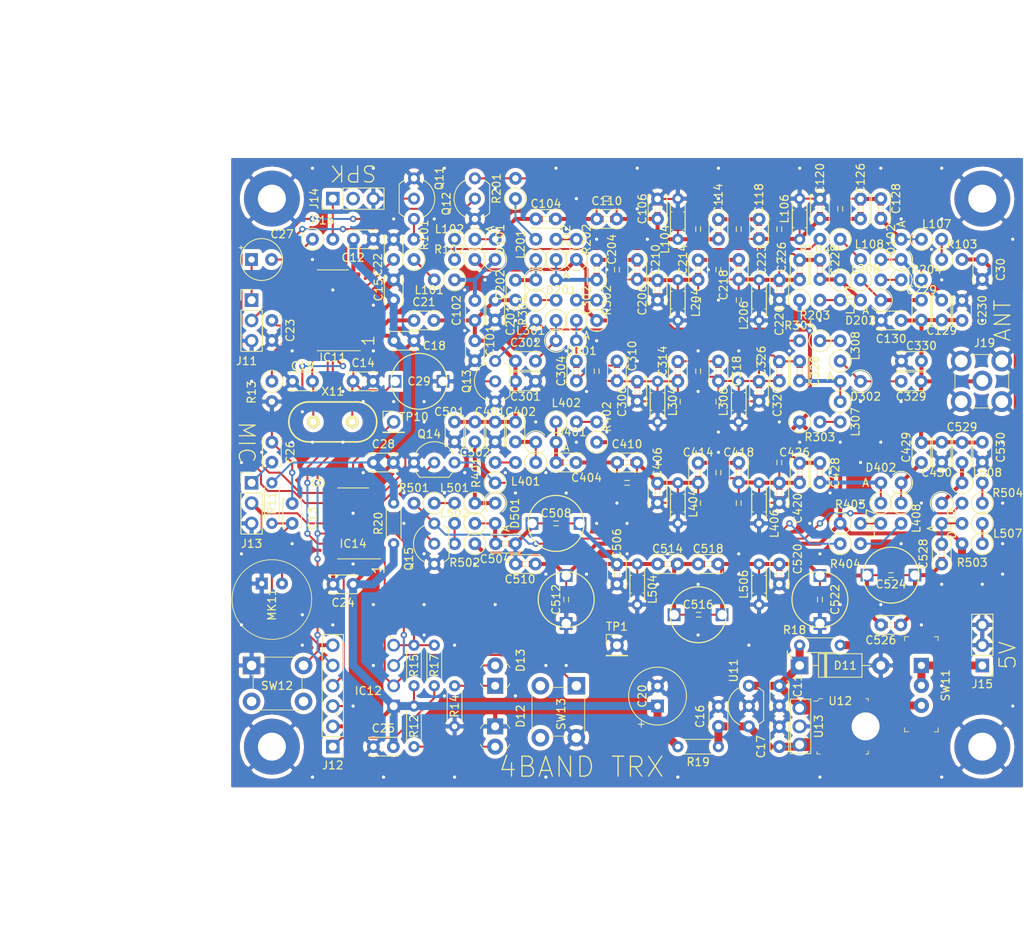
<source format=kicad_pcb>
(kicad_pcb (version 20211014) (generator pcbnew)
  (layers (0 "F.Cu" signal) (31 "B.Cu" signal) (34 "B.Paste" user) (35 "F.Paste" user) (36 "B.SilkS" user "B.Silkscreen") (37 "F.SilkS" user "F.Silkscreen") (38 "B.Mask" user) (39 "F.Mask" user) (44 "Edge.Cuts" user))
  (net 0 "")
  (net 1 "GND")
  (net 2 "Net-(C102-Pad2)")
  (net 3 "Net-(C103-Pad2)")
  (net 4 "Net-(C103-Pad1)")
  (net 5 "Net-(C123-Pad2)")
  (net 6 "Net-(L101-Pad2)")
  (net 7 "Net-(L108-Pad2)")
  (net 8 "+5V")
  (net 9 "+3V3")
  (net 10 "Net-(C13-Pad2)")
  (net 11 "Net-(C13-Pad1)")
  (net 12 "Net-(C14-Pad1)")
  (net 13 "Net-(C19-Pad1)")
  (net 14 "RFIO")
  (net 15 "Net-(C21-Pad1)")
  (net 16 "Net-(C22-Pad1)")
  (net 17 "Net-(C23-Pad1)")
  (net 18 "Net-(C105-Pad1)")
  (net 19 "Net-(C113-Pad2)")
  (net 20 "Net-(C115-Pad2)")
  (net 21 "Net-(C127-Pad2)")
  (net 22 "RFANT")
  (net 23 "Net-(C129-Pad1)")
  (net 24 "Net-(C202-Pad2)")
  (net 25 "Net-(C203-Pad1)")
  (net 26 "Net-(C203-Pad2)")
  (net 27 "Net-(C205-Pad1)")
  (net 28 "Net-(C213-Pad2)")
  (net 29 "Net-(C215-Pad2)")
  (net 30 "Net-(C223-Pad2)")
  (net 31 "Net-(C227-Pad2)")
  (net 32 "Net-(C229-Pad1)")
  (net 33 "Net-(C302-Pad2)")
  (net 34 "Net-(C303-Pad1)")
  (net 35 "Net-(C303-Pad2)")
  (net 36 "Net-(C305-Pad1)")
  (net 37 "Net-(C313-Pad2)")
  (net 38 "Net-(C315-Pad2)")
  (net 39 "Net-(C323-Pad2)")
  (net 40 "Net-(C327-Pad2)")
  (net 41 "Net-(C329-Pad1)")
  (net 42 "Net-(C402-Pad2)")
  (net 43 "Net-(C403-Pad1)")
  (net 44 "Net-(C403-Pad2)")
  (net 45 "Net-(C405-Pad1)")
  (net 46 "Net-(C413-Pad2)")
  (net 47 "Net-(C415-Pad2)")
  (net 48 "Net-(C423-Pad2)")
  (net 49 "Net-(C427-Pad2)")
  (net 50 "Net-(C429-Pad1)")
  (net 51 "Net-(D12-Pad2)")
  (net 52 "Net-(D13-Pad1)")
  (net 53 "Net-(D13-Pad2)")
  (net 54 "Net-(IC11-Pad15)")
  (net 55 "Net-(IC11-Pad13)")
  (net 56 "Net-(IC11-Pad12)")
  (net 57 "Net-(IC11-Pad11)")
  (net 58 "Net-(IC11-Pad10)")
  (net 59 "Net-(L201-Pad2)")
  (net 60 "Net-(L208-Pad2)")
  (net 61 "Net-(L301-Pad2)")
  (net 62 "Net-(L308-Pad2)")
  (net 63 "Net-(L401-Pad2)")
  (net 64 "Net-(L408-Pad2)")
  (net 65 "Net-(IC12-Pad5)")
  (net 66 "Net-(IC12-Pad4)")
  (net 67 "Net-(IC12-Pad3)")
  (net 68 "B28")
  (net 69 "B50")
  (net 70 "B144")
  (net 71 "B430")
  (net 72 "Net-(IC14-Pad10)")
  (net 73 "Net-(IC14-Pad9)")
  (net 74 "Net-(C502-Pad2)")
  (net 75 "Net-(C503-Pad1)")
  (net 76 "Net-(C503-Pad2)")
  (net 77 "Net-(C505-Pad1)")
  (net 78 "Net-(C513-Pad2)")
  (net 79 "Net-(C515-Pad2)")
  (net 80 "Net-(C523-Pad2)")
  (net 81 "Net-(C527-Pad2)")
  (net 82 "Net-(C529-Pad1)")
  (net 83 "Net-(L501-Pad2)")
  (net 84 "Net-(L507-Pad1)")
  (net 85 "Net-(L508-Pad2)")
  (net 86 "Net-(C26-Pad2)")
  (net 87 "Net-(C27-Pad2)")
  (net 88 "Net-(C27-Pad1)")
  (net 89 "Net-(J14-Pad2)")
  (net 90 "Net-(J14-Pad1)")
  (net 91 "Net-(J15-Pad1)")
  (net 92 "Net-(L102-Pad2)")
  (net 93 "Net-(L107-Pad2)")
  (net 94 "Net-(L202-Pad2)")
  (net 95 "Net-(L207-Pad2)")
  (net 96 "Net-(L302-Pad2)")
  (net 97 "Net-(L307-Pad2)")
  (net 98 "Net-(L402-Pad2)")
  (net 99 "Net-(L407-Pad2)")
  (net 100 "Net-(L502-Pad2)")
  (net 101 "Net-(J12-Pad1)")
  (net 102 "Net-(IC14-Pad8)")
  (net 103 "Net-(IC14-Pad7)")
  (net 104 "Net-(IC14-Pad6)")
  (net 105 "Net-(IC14-Pad5)")
  (net 106 "BTUN")
  (net 107 "/RF-IC/+5VIN")
  (net 108 "/RF-IC/+3.3V-TR")
  (net 109 "/RF-IC/+3.3V-REG")
  (footprint "Capacitor_THT:C_Disc_D3.4mm_W2.1mm_P2.50mm" (layer "F.Cu") (at 137.795 81.915 -90)
    (fp_text reference "C101")
    (fp_text value "10p")
  )
  (footprint "Capacitor_THT:C_Disc_D3.4mm_W2.1mm_P2.50mm" (layer "F.Cu") (at 137.795 79.375 90)
    (fp_text reference "C102")
    (fp_text value "10p")
  )
  (footprint "digikey-footprints:0603" (layer "F.Cu") (at 160.655 65.405 90)
    (fp_text reference "C105" hide)
    (fp_text value "1p")
  )
  (footprint "Capacitor_THT:C_Disc_D3.4mm_W2.1mm_P2.50mm" (layer "F.Cu") (at 160.655 66.675 90)
    (fp_text reference "C106")
    (fp_text value "10p")
  )
  (footprint "digikey-footprints:0603" (layer "F.Cu") (at 154.305 66.675)
    (fp_text reference "C107" hide)
    (fp_text value "1p")
  )
  (footprint "digikey-footprints:0603" (layer "F.Cu") (at 154.305 64.135)
    (fp_text reference "C109" hide)
    (fp_text value "1p")
  )
  (footprint "digikey-footprints:0603" (layer "F.Cu") (at 165.735 67.945 90)
    (fp_text reference "C111" hide)
    (fp_text value "1p")
  )
  (footprint "digikey-footprints:0603" (layer "F.Cu") (at 168.275 67.945 90)
    (fp_text reference "C113" hide)
    (fp_text value "1p")
  )
  (footprint "Capacitor_THT:C_Disc_D3.4mm_W2.1mm_P2.50mm" (layer "F.Cu") (at 168.275 69.215 90)
    (fp_text reference "C114")
    (fp_text value "10p")
  )
  (footprint "digikey-footprints:0603" (layer "F.Cu") (at 170.815 67.945 -90)
    (fp_text reference "C115" hide)
    (fp_text value "1p")
  )
  (footprint "digikey-footprints:0603" (layer "F.Cu") (at 173.355 67.945 -90)
    (fp_text reference "C117" hide)
    (fp_text value "1p")
  )
  (footprint "Capacitor_THT:C_Disc_D3.4mm_W2.1mm_P2.50mm" (layer "F.Cu") (at 173.355 66.675 -90)
    (fp_text reference "C118")
    (fp_text value "10p")
  )
  (footprint "digikey-footprints:0603" (layer "F.Cu") (at 175.895 67.945 90)
    (fp_text reference "C121" hide)
    (fp_text value "1p")
  )
  (footprint "Diode_THT:D_A-405_P2.54mm_Vertical_AnodeUp" (layer "F.Cu") (at 140.335 71.755 90)
    (fp_text reference "D101")
    (fp_text value "1SS277")
  )
  (footprint "Diode_THT:D_A-405_P2.54mm_Vertical_AnodeUp" (layer "F.Cu") (at 191.135 71.755 90)
    (fp_text reference "D102")
    (fp_text value "1SS277")
  )
  (footprint "Resistor_THT:R_Axial_DIN0207_L6.3mm_D2.5mm_P2.54mm_Vertical" (layer "F.Cu") (at 135.255 74.295 180)
    (fp_text reference "L101")
    (fp_text value "1u")
  )
  (footprint "Resistor_THT:R_Axial_DIN0207_L6.3mm_D2.5mm_P2.54mm_Vertical" (layer "F.Cu") (at 137.795 69.215 180)
    (fp_text reference "L102")
    (fp_text value "1u")
  )
  (footprint "Resistor_THT:R_Axial_DIN0204_L3.6mm_D1.6mm_P5.08mm_Horizontal" (layer "F.Cu") (at 163.195 69.215 90)
    (fp_text reference "L104")
    (fp_text value "1u")
  )
  (footprint "Inductor_SMD:L_Murata_LQH2MCNxxxx02_2.0x1.6mm" (layer "F.Cu") (at 178.435 66.675 90)
    (fp_text reference "L105" hide)
    (fp_text value "10n")
  )
  (footprint "Resistor_THT:R_Axial_DIN0204_L3.6mm_D1.6mm_P5.08mm_Horizontal" (layer "F.Cu") (at 178.435 69.215 90)
    (fp_text reference "L106")
    (fp_text value "1u")
  )
  (footprint "Resistor_THT:R_Axial_DIN0207_L6.3mm_D2.5mm_P2.54mm_Vertical" (layer "F.Cu") (at 193.675 69.215)
    (fp_text reference "L107")
    (fp_text value "1u")
  )
  (footprint "Resistor_THT:R_Axial_DIN0207_L6.3mm_D2.5mm_P2.54mm_Vertical" (layer "F.Cu") (at 188.595 71.755 180)
    (fp_text reference "L108")
    (fp_text value "1u")
  )
  (footprint "Resistor_THT:R_Axial_DIN0207_L6.3mm_D2.5mm_P2.54mm_Vertical" (layer "F.Cu") (at 130.175 71.755 90)
    (fp_text reference "R101")
    (fp_text value "1k")
  )
  (footprint "Resistor_THT:R_Axial_DIN0207_L6.3mm_D2.5mm_P2.54mm_Vertical" (layer "F.Cu") (at 137.795 71.755 180)
    (fp_text reference "R102")
    (fp_text value "1k")
  )
  (footprint "Resistor_THT:R_Axial_DIN0207_L6.3mm_D2.5mm_P2.54mm_Vertical" (layer "F.Cu") (at 196.215 71.755)
    (fp_text reference "R103")
    (fp_text value "1k")
  )
  (footprint "Resistor_THT:R_Axial_DIN0207_L6.3mm_D2.5mm_P2.54mm_Vertical" (layer "F.Cu") (at 183.515 69.215 180)
    (fp_text reference "R104")
    (fp_text value "1k")
  )
  (footprint "Capacitor_THT:C_Disc_D3.4mm_W2.1mm_P2.50mm" (layer "F.Cu") (at 196.215 76.835 -90)
    (fp_text reference "C129")
    (fp_text value "10p")
  )
  (footprint "Capacitor_THT:C_Disc_D3.4mm_W2.1mm_P2.50mm" (layer "F.Cu") (at 114.935 104.775 90)
    (fp_text reference "C13")
    (fp_text value "0.1u")
  )
  (footprint "Capacitor_THT:C_Disc_D3.4mm_W2.1mm_P2.50mm" (layer "F.Cu") (at 122.555 86.995)
    (fp_text reference "C14")
    (fp_text value "15p")
  )
  (footprint "Capacitor_THT:C_Disc_D3.4mm_W2.1mm_P2.50mm" (layer "F.Cu") (at 127.635 74.295 -90)
    (fp_text reference "C15")
    (fp_text value "1u")
  )
  (footprint "Capacitor_THT:C_Disc_D3.4mm_W2.1mm_P2.50mm" (layer "F.Cu") (at 168.275 130.175 90)
    (fp_text reference "C16")
    (fp_text value "0.1u")
  )
  (footprint "Capacitor_THT:C_Disc_D3.4mm_W2.1mm_P2.50mm" (layer "F.Cu") (at 175.895 132.715 90)
    (fp_text reference "C17")
    (fp_text value "0.1u")
  )
  (footprint "Capacitor_THT:C_Disc_D3.4mm_W2.1mm_P2.50mm" (layer "F.Cu") (at 130.175 81.915 180)
    (fp_text reference "C18")
    (fp_text value "1u")
  )
  (footprint "Capacitor_THT:C_Disc_D3.4mm_W2.1mm_P2.50mm" (layer "F.Cu") (at 117.475 86.995 180)
    (fp_text reference "C19")
    (fp_text value "15p")
  )
  (footprint "Capacitor_THT:C_Disc_D3.4mm_W2.1mm_P2.50mm" (layer "F.Cu") (at 127.635 71.755 90)
    (fp_text reference "C22")
    (fp_text value "1u")
  )
  (footprint "Capacitor_THT:C_Disc_D3.4mm_W2.1mm_P2.50mm" (layer "F.Cu") (at 112.395 79.375 -90)
    (fp_text reference "C23")
    (fp_text value "1u")
  )
  (footprint "Capacitor_THT:C_Disc_D3.4mm_W2.1mm_P2.50mm" (layer "F.Cu") (at 122.555 112.395 180)
    (fp_text reference "C24")
    (fp_text value "0.1u")
  )
  (footprint "Capacitor_THT:C_Disc_D3.4mm_W2.1mm_P2.50mm" (layer "F.Cu") (at 140.335 76.835 -90)
    (fp_text reference "C201")
    (fp_text value "10p")
  )
  (footprint "Capacitor_THT:C_Disc_D3.4mm_W2.1mm_P2.50mm" (layer "F.Cu") (at 142.875 76.835 90)
    (fp_text reference "C202")
    (fp_text value "10p")
  )
  (footprint "digikey-footprints:0603" (layer "F.Cu") (at 153.035 73.025 90)
    (fp_text reference "C203" hide)
    (fp_text value "1p")
  )
  (footprint "Capacitor_THT:C_Disc_D3.4mm_W2.1mm_P2.50mm" (layer "F.Cu") (at 153.035 74.295 90)
    (fp_text reference "C204")
    (fp_text value "10p")
  )
  (footprint "digikey-footprints:0603" (layer "F.Cu") (at 160.655 75.565 -90)
    (fp_text reference "C205" hide)
    (fp_text value "1p")
  )
  (footprint "Capacitor_THT:C_Disc_D3.4mm_W2.1mm_P2.50mm" (layer "F.Cu") (at 160.655 74.335 -90)
    (fp_text reference "C206")
    (fp_text value "10p")
  )
  (footprint "digikey-footprints:0603" (layer "F.Cu") (at 155.575 73.025 -90)
    (fp_text reference "C207" hide)
    (fp_text value "1p")
  )
  (footprint "digikey-footprints:0603" (layer "F.Cu") (at 158.115 73.025 -90)
    (fp_text reference "C209" hide)
    (fp_text value "1p")
  )
  (footprint "Capacitor_THT:C_Disc_D3.4mm_W2.1mm_P2.50mm" (layer "F.Cu") (at 158.115 71.755 -90)
    (fp_text reference "C210")
    (fp_text value "10p")
  )
  (footprint "digikey-footprints:0603" (layer "F.Cu") (at 165.735 76.835 -90)
    (fp_text reference "C211" hide)
    (fp_text value "1p")
  )
  (footprint "digikey-footprints:0603" (layer "F.Cu") (at 165.735 73.025 90)
    (fp_text reference "C213" hide)
    (fp_text value "1p")
  )
  (footprint "Capacitor_THT:C_Disc_D3.4mm_W2.1mm_P2.50mm" (layer "F.Cu") (at 165.735 74.295 90)
    (fp_text reference "C214")
    (fp_text value "10p")
  )
  (footprint "digikey-footprints:0603" (layer "F.Cu") (at 168.275 73.025 -90)
    (fp_text reference "C215" hide)
    (fp_text value "1p")
  )
  (footprint "digikey-footprints:0603" (layer "F.Cu") (at 170.815 73.025 -90)
    (fp_text reference "C217" hide)
    (fp_text value "1p")
  )
  (footprint "Capacitor_THT:C_Disc_D3.4mm_W2.1mm_P2.50mm" (layer "F.Cu") (at 170.815 71.755 -90)
    (fp_text reference "C218")
    (fp_text value "10p")
  )
  (footprint "digikey-footprints:0603" (layer "F.Cu") (at 175.895 75.565 -90)
    (fp_text reference "C219" hide)
    (fp_text value "1p")
  )
  (footprint "Capacitor_THT:C_Disc_D3.4mm_W2.1mm_P2.50mm" (layer "F.Cu") (at 175.895 74.295 -90)
    (fp_text reference "C220")
    (fp_text value "10p")
  )
  (footprint "digikey-footprints:0603" (layer "F.Cu") (at 170.815 76.835 -90)
    (fp_text reference "C221" hide)
    (fp_text value "1p")
  )
  (footprint "digikey-footprints:0603" (layer "F.Cu") (at 175.895 71.755 90)
    (fp_text reference "C223")
    (fp_text value "1p")
  )
  (footprint "digikey-footprints:0603" (layer "F.Cu") (at 178.435 73.025 90)
    (fp_text reference "C225" hide)
    (fp_text value "1p")
  )
  (footprint "Capacitor_THT:C_Disc_D3.4mm_W2.1mm_P2.50mm" (layer "F.Cu") (at 178.435 74.295 90)
    (fp_text reference "C226")
    (fp_text value "10p")
  )
  (footprint "digikey-footprints:0603" (layer "F.Cu") (at 180.975 73.025 -90)
    (fp_text reference "C227" hide)
    (fp_text value "1p")
  )
  (footprint "Capacitor_THT:C_Disc_D3.4mm_W2.1mm_P2.50mm" (layer "F.Cu") (at 198.755 79.375 90)
    (fp_text reference "C230")
    (fp_text value "10p")
  )
  (footprint "Capacitor_THT:C_Disc_D3.4mm_W2.1mm_P2.50mm" (layer "F.Cu") (at 142.875 86.995)
    (fp_text reference "C301")
    (fp_text value "10p")
  )
  (footprint "Capacitor_THT:C_Disc_D3.4mm_W2.1mm_P2.50mm" (layer "F.Cu") (at 142.875 84.455)
    (fp_text reference "C302")
    (fp_text value "10p")
  )
  (footprint "digikey-footprints:0603" (layer "F.Cu") (at 150.495 85.725 -90)
    (fp_text reference "C303" hide)
    (fp_text value "1p")
  )
  (footprint "Capacitor_THT:C_Disc_D3.4mm_W2.1mm_P2.50mm" (layer "F.Cu") (at 150.495 84.455 -90)
    (fp_text reference "C304")
    (fp_text value "10p")
  )
  (footprint "Capacitor_THT:C_Disc_D3.4mm_W2.1mm_P2.50mm" (layer "F.Cu") (at 158.115 86.995 -90)
    (fp_text reference "C306")
    (fp_text value "10p")
  )
  (footprint "digikey-footprints:0603" (layer "F.Cu") (at 153.035 85.725 -90)
    (fp_text reference "C307" hide)
    (fp_text value "1p")
  )
  (footprint "digikey-footprints:0603" (layer "F.Cu") (at 155.575 85.725 -90)
    (fp_text reference "C309" hide)
    (fp_text value "1p")
  )
  (footprint "Capacitor_THT:C_Disc_D3.4mm_W2.1mm_P2.50mm" (layer "F.Cu") (at 155.575 84.455 -90)
    (fp_text reference "C310")
    (fp_text value "10p")
  )
  (footprint "digikey-footprints:0603" (layer "F.Cu") (at 163.195 89.535 -90)
    (fp_text reference "C311" hide)
    (fp_text value "1p")
  )
  (footprint "digikey-footprints:0603" (layer "F.Cu") (at 163.195 85.725 90)
    (fp_text reference "C313" hide)
    (fp_text value "1p")
  )
  (footprint "Capacitor_THT:C_Disc_D3.4mm_W2.1mm_P2.50mm" (layer "F.Cu") (at 163.195 86.995 90)
    (fp_text reference "C314")
    (fp_text value "10p")
  )
  (footprint "digikey-footprints:0603" (layer "F.Cu") (at 165.735 85.725 -90)
    (fp_text reference "C315" hide)
    (fp_text value "1p")
  )
  (footprint "digikey-footprints:0603" (layer "F.Cu") (at 173.355 88.265 -90)
    (fp_text reference "C319" hide)
    (fp_text value "1p")
  )
  (footprint "Capacitor_THT:C_Disc_D3.4mm_W2.1mm_P2.50mm" (layer "F.Cu") (at 173.355 86.995 -90)
    (fp_text reference "C320")
    (fp_text value "10p")
  )
  (footprint "digikey-footprints:0603" (layer "F.Cu") (at 168.275 89.535 -90)
    (fp_text reference "C321" hide)
    (fp_text value "1p")
  )
  (footprint "digikey-footprints:0603" (layer "F.Cu") (at 175.895 85.725 90)
    (fp_text reference "C323" hide)
    (fp_text value "1p")
  )
  (footprint "digikey-footprints:0603" (layer "F.Cu") (at 173.355 84.455 90)
    (fp_text reference "C325" hide)
    (fp_text value "1p")
  )
  (footprint "Capacitor_THT:C_Disc_D3.4mm_W2.1mm_P2.50mm" (layer "F.Cu") (at 175.895 86.995 90)
    (fp_text reference "C326")
    (fp_text value "10p")
  )
  (footprint "digikey-footprints:0603" (layer "F.Cu") (at 178.435 85.725 -90)
    (fp_text reference "C327" hide)
    (fp_text value "1p")
  )
  (footprint "Capacitor_THT:C_Disc_D3.4mm_W2.1mm_P2.50mm" (layer "F.Cu") (at 178.435 84.455 -90)
    (fp_text reference "C328")
    (fp_text value "10p")
  )
  (footprint "Capacitor_THT:C_Disc_D3.4mm_W2.1mm_P2.50mm" (layer "F.Cu") (at 191.135 86.995)
    (fp_text reference "C329")
    (fp_text value "10p")
  )
  (footprint "Capacitor_THT:C_Disc_D3.4mm_W2.1mm_P2.50mm" (layer "F.Cu") (at 140.335 92.075 -90)
    (fp_text reference "C401")
    (fp_text value "10p")
  )
  (footprint "Capacitor_THT:C_Disc_D3.4mm_W2.1mm_P2.50mm" (layer "F.Cu") (at 142.875 92.075 -90)
    (fp_text reference "C402")
    (fp_text value "10p")
  )
  (footprint "digikey-footprints:0603" (layer "F.Cu") (at 149.29 97.155)
    (fp_text reference "C403" hide)
    (fp_text value "1p")
  )
  (footprint "Capacitor_THT:C_Disc_D3.4mm_W2.1mm_P2.50mm" (layer "F.Cu") (at 147.955 97.155)
    (fp_text reference "C404")
    (fp_text value "10p")
  )
  (footprint "digikey-footprints:0603" (layer "F.Cu") (at 160.655 100.965 -90)
    (fp_text reference "C405" hide)
    (fp_text value "1p")
  )
  (footprint "Capacitor_THT:C_Disc_D3.4mm_W2.1mm_P2.50mm" (layer "F.Cu") (at 160.655 99.695 -90)
    (fp_text reference "C406")
    (fp_text value "10p")
  )
  (footprint "digikey-footprints:0603" (layer "F.Cu") (at 156.845 99.695)
    (fp_text reference "C407" hide)
    (fp_text value "1p")
  )
  (footprint "digikey-footprints:0603" (layer "F.Cu") (at 156.845 97.155)
    (fp_text reference "C409" hide)
    (fp_text value "1p")
  )
  (footprint "Capacitor_THT:C_Disc_D3.4mm_W2.1mm_P2.50mm" (layer "F.Cu") (at 155.575 97.155)
    (fp_text reference "C410")
    (fp_text value "10p")
  )
  (footprint "digikey-footprints:0603" (layer "F.Cu") (at 165.735 102.235 -90)
    (fp_text reference "C411" hide)
    (fp_text value "1p")
  )
  (footprint "digikey-footprints:0603" (layer "F.Cu") (at 165.735 98.425 90)
    (fp_text reference "C413" hide)
    (fp_text value "1p")
  )
  (footprint "Capacitor_THT:C_Disc_D3.4mm_W2.1mm_P2.50mm" (layer "F.Cu") (at 165.735 99.695 90)
    (fp_text reference "C414")
    (fp_text value "10p")
  )
  (footprint "digikey-footprints:0603" (layer "F.Cu") (at 168.275 98.425 -90)
    (fp_text reference "C415" hide)
    (fp_text value "1p")
  )
  (footprint "digikey-footprints:0603" (layer "F.Cu") (at 170.815 98.425 -90)
    (fp_text reference "C417" hide)
    (fp_text value "1p")
  )
  (footprint "Capacitor_THT:C_Disc_D3.4mm_W2.1mm_P2.50mm" (layer "F.Cu") (at 170.815 97.155 -90)
    (fp_text reference "C418")
    (fp_text value "10p")
  )
  (footprint "digikey-footprints:0603" (layer "F.Cu") (at 175.895 100.965 -90)
    (fp_text reference "C419" hide)
    (fp_text value "1p")
  )
  (footprint "Capacitor_THT:C_Disc_D3.4mm_W2.1mm_P2.50mm" (layer "F.Cu") (at 175.895 99.695 -90)
    (fp_text reference "C420")
    (fp_text value "10p")
  )
  (footprint "digikey-footprints:0603" (layer "F.Cu") (at 170.815 102.235 -90)
    (fp_text reference "C421" hide)
    (fp_text value "1p")
  )
  (footprint "digikey-footprints:0603" (layer "F.Cu") (at 175.895 97.155 90)
    (fp_text reference "C423" hide)
    (fp_text value "1p")
  )
  (footprint "digikey-footprints:0603" (layer "F.Cu") (at 178.435 98.425 90)
    (fp_text reference "C425" hide)
    (fp_text value "1p")
  )
  (footprint "Capacitor_THT:C_Disc_D3.4mm_W2.1mm_P2.50mm" (layer "F.Cu") (at 178.435 99.695 90)
    (fp_text reference "C426")
    (fp_text value "10p")
  )
  (footprint "digikey-footprints:0603" (layer "F.Cu") (at 180.975 98.425 -90)
    (fp_text reference "C427" hide)
    (fp_text value "1p")
  )
  (footprint "Capacitor_THT:C_Disc_D3.4mm_W2.1mm_P2.50mm" (layer "F.Cu") (at 180.975 97.155 -90)
    (fp_text reference "C428")
    (fp_text value "10p")
  )
  (footprint "Capacitor_THT:C_Disc_D3.4mm_W2.1mm_P2.50mm" (layer "F.Cu") (at 193.675 97.155 90)
    (fp_text reference "C429")
    (fp_text value "10p")
  )
  (footprint "Capacitor_THT:C_Disc_D3.4mm_W2.1mm_P2.50mm" (layer "F.Cu") (at 196.215 94.615 -90)
    (fp_text reference "C430")
    (fp_text value "10p")
  )
  (footprint "Diode_THT:D_DO-41_SOD81_P10.16mm_Horizontal" (layer "F.Cu") (at 178.435 122.555)
    (fp_text reference "D11")
    (fp_text value "1N4002")
  )
  (footprint "digikey-footprints:LED_3mm_Radial" (layer "F.Cu") (at 140.335 132.715 -90)
    (fp_text reference "D12")
    (fp_text value "LED")
  )
  (footprint "digikey-footprints:LED_3mm_Radial" (layer "F.Cu") (at 140.335 122.555 90)
    (fp_text reference "D13")
    (fp_text value "LED")
  )
  (footprint "Diode_THT:D_A-405_P2.54mm_Vertical_AnodeUp" (layer "F.Cu") (at 145.415 74.295)
    (fp_text reference "D201")
    (fp_text value "1SS277")
  )
  (footprint "Diode_THT:D_A-405_P2.54mm_Vertical_AnodeUp" (layer "F.Cu") (at 188.595 76.835 180)
    (fp_text reference "D202")
    (fp_text value "1SS277")
  )
  (footprint "Diode_THT:D_A-405_P2.54mm_Vertical_AnodeUp" (layer "F.Cu") (at 147.955 81.915)
    (fp_text reference "D301")
    (fp_text value "1SS277")
  )
  (footprint "Diode_THT:D_A-405_P2.54mm_Vertical_AnodeUp" (layer "F.Cu") (at 145.415 94.615)
    (fp_text reference "D401")
    (fp_text value "1SS277")
  )
  (footprint "Package_SO:SO-16_3.9x9.9mm_P1.27mm" (layer "F.Cu") (at 120.015 78.105 180)
    (fp_text reference "IC11")
    (fp_text value "BK4802P")
  )
  (footprint "Resistor_THT:R_Axial_DIN0207_L6.3mm_D2.5mm_P2.54mm_Vertical" (layer "F.Cu") (at 145.415 71.755 90)
    (fp_text reference "L201")
    (fp_text value "1u")
  )
  (footprint "Resistor_THT:R_Axial_DIN0207_L6.3mm_D2.5mm_P2.54mm_Vertical" (layer "F.Cu") (at 147.955 71.755 90)
    (fp_text reference "L202")
    (fp_text value "1u")
  )
  (footprint "Inductor_SMD:L_Murata_LQH2MCNxxxx02_2.0x1.6mm" (layer "F.Cu") (at 163.195 76.835 -90)
    (fp_text reference "L203" hide)
    (fp_text value "10n")
  )
  (footprint "Resistor_THT:R_Axial_DIN0204_L3.6mm_D1.6mm_P5.08mm_Horizontal" (layer "F.Cu") (at 163.195 74.295 -90)
    (fp_text reference "L204")
    (fp_text value "1u")
  )
  (footprint "Inductor_SMD:L_Murata_LQH2MCNxxxx02_2.0x1.6mm" (layer "F.Cu") (at 173.355 76.835 -90)
    (fp_text reference "L205" hide)
    (fp_text value "10n")
  )
  (footprint "Resistor_THT:R_Axial_DIN0204_L3.6mm_D1.6mm_P5.08mm_Horizontal" (layer "F.Cu") (at 173.355 74.295 -90)
    (fp_text reference "L206")
    (fp_text value "1u")
  )
  (footprint "Resistor_THT:R_Axial_DIN0207_L6.3mm_D2.5mm_P2.54mm_Vertical" (layer "F.Cu") (at 186.055 74.295)
    (fp_text reference "L208")
    (fp_text value "1u")
  )
  (footprint "Resistor_THT:R_Axial_DIN0207_L6.3mm_D2.5mm_P2.54mm_Vertical" (layer "F.Cu") (at 150.495 79.375 90)
    (fp_text reference "L302")
    (fp_text value "1u")
  )
  (footprint "Inductor_SMD:L_Murata_LQH2MCNxxxx02_2.0x1.6mm" (layer "F.Cu") (at 160.655 89.535 -90)
    (fp_text reference "L303" hide)
    (fp_text value "10n")
  )
  (footprint "Resistor_THT:R_Axial_DIN0204_L3.6mm_D1.6mm_P5.08mm_Horizontal" (layer "F.Cu") (at 160.655 86.995 -90)
    (fp_text reference "L304")
    (fp_text value "1u")
  )
  (footprint "Inductor_SMD:L_Murata_LQH2MCNxxxx02_2.0x1.6mm" (layer "F.Cu") (at 170.815 89.535 -90)
    (fp_text reference "L305" hide)
    (fp_text value "10n")
  )
  (footprint "Resistor_THT:R_Axial_DIN0207_L6.3mm_D2.5mm_P2.54mm_Vertical" (layer "F.Cu") (at 183.515 89.535 -90)
    (fp_text reference "L307")
    (fp_text value "1u")
  )
  (footprint "Resistor_THT:R_Axial_DIN0207_L6.3mm_D2.5mm_P2.54mm_Vertical" (layer "F.Cu") (at 183.515 84.455 90)
    (fp_text reference "L308")
    (fp_text value "1u")
  )
  (footprint "Resistor_THT:R_Axial_DIN0207_L6.3mm_D2.5mm_P2.54mm_Vertical" (layer "F.Cu") (at 145.415 97.155 180)
    (fp_text reference "L401")
    (fp_text value "1u")
  )
  (footprint "Resistor_THT:R_Axial_DIN0207_L6.3mm_D2.5mm_P2.54mm_Vertical" (layer "F.Cu") (at 147.955 92.075)
    (fp_text reference "L402")
    (fp_text value "1u")
  )
  (footprint "Inductor_SMD:L_Murata_LQH2MCNxxxx02_2.0x1.6mm" (layer "F.Cu") (at 163.195 102.235 -90)
    (fp_text reference "L403" hide)
    (fp_text value "10n")
  )
  (footprint "Resistor_THT:R_Axial_DIN0204_L3.6mm_D1.6mm_P5.08mm_Horizontal" (layer "F.Cu") (at 163.195 99.695 -90)
    (fp_text reference "L404")
    (fp_text value "1u")
  )
  (footprint "Inductor_SMD:L_Murata_LQH2MCNxxxx02_2.0x1.6mm" (layer "F.Cu") (at 173.355 102.235 -90)
    (fp_text reference "L405" hide)
    (fp_text value "10n")
  )
  (footprint "Resistor_THT:R_Axial_DIN0204_L3.6mm_D1.6mm_P5.08mm_Horizontal" (layer "F.Cu") (at 173.355 99.695 -90)
    (fp_text reference "L406")
    (fp_text value "1u")
  )
  (footprint "Resistor_THT:R_Axial_DIN0207_L6.3mm_D2.5mm_P2.54mm_Vertical" (layer "F.Cu") (at 188.595 102.235 -90)
    (fp_text reference "L407")
    (fp_text value "1u")
  )
  (footprint "digikey-footprints:Mic_CMA-4544PF-W" (layer "F.Cu") (at 112.395 114.3 90)
    (fp_text reference "MK11")
    (fp_text value "Microphone")
  )
  (footprint "Resistor_THT:R_Axial_DIN0204_L3.6mm_D1.6mm_P5.08mm_Horizontal" (layer "F.Cu") (at 112.395 99.695 -90)
    (fp_text reference "R11")
    (fp_text value "1k")
  )
  (footprint "Resistor_THT:R_Axial_DIN0204_L3.6mm_D1.6mm_P5.08mm_Horizontal" (layer "F.Cu") (at 135.255 125.095 -90)
    (fp_text reference "R14")
    (fp_text value "1k")
  )
  (footprint "Resistor_THT:R_Axial_DIN0207_L6.3mm_D2.5mm_P2.54mm_Vertical" (layer "F.Cu") (at 142.875 64.135 90)
    (fp_text reference "R201")
    (fp_text value "1k")
  )
  (footprint "Resistor_THT:R_Axial_DIN0207_L6.3mm_D2.5mm_P2.54mm_Vertical" (layer "F.Cu") (at 150.495 71.755 90)
    (fp_text reference "R202")
    (fp_text value "1k")
  )
  (footprint "Resistor_THT:R_Axial_DIN0207_L6.3mm_D2.5mm_P2.54mm_Vertical" (layer "F.Cu") (at 178.435 76.835)
    (fp_text reference "R203")
    (fp_text value "1k")
  )
  (footprint "Resistor_THT:R_Axial_DIN0207_L6.3mm_D2.5mm_P2.54mm_Vertical" (layer "F.Cu") (at 145.415 76.835 -90)
    (fp_text reference "R301")
    (fp_text value "1k")
  )
  (footprint "Resistor_THT:R_Axial_DIN0207_L6.3mm_D2.5mm_P2.54mm_Vertical" (layer "F.Cu") (at 178.435 92.075)
    (fp_text reference "R303")
    (fp_text value "1k")
  )
  (footprint "Resistor_THT:R_Axial_DIN0207_L6.3mm_D2.5mm_P2.54mm_Vertical" (layer "F.Cu") (at 180.975 81.915 180)
    (fp_text reference "R304")
    (fp_text value "1k")
  )
  (footprint "Resistor_THT:R_Axial_DIN0207_L6.3mm_D2.5mm_P2.54mm_Vertical" (layer "F.Cu") (at 140.335 99.695 90)
    (fp_text reference "R401")
    (fp_text value "1k")
  )
  (footprint "Resistor_THT:R_Axial_DIN0207_L6.3mm_D2.5mm_P2.54mm_Vertical" (layer "F.Cu") (at 153.035 94.615 90)
    (fp_text reference "R402")
    (fp_text value "1k")
  )
  (footprint "Resistor_THT:R_Axial_DIN0207_L6.3mm_D2.5mm_P2.54mm_Vertical" (layer "F.Cu") (at 183.515 104.775)
    (fp_text reference "R403")
    (fp_text value "1k")
  )
  (footprint "Resistor_THT:R_Axial_DIN0207_L6.3mm_D2.5mm_P2.54mm_Vertical" (layer "F.Cu") (at 183.515 107.315)
    (fp_text reference "R404")
    (fp_text value "1k")
  )
  (footprint "digikey-footprints:Switch_Slide_11.6x4mm_EG1218" (layer "F.Cu") (at 193.675 122.555 -90)
    (fp_text reference "SW11")
    (fp_text value "SW_SPDT")
  )
  (footprint "digikey-footprints:Switch_Tactile_THT_6x6mm" (layer "F.Cu") (at 109.855 122.555)
    (fp_text reference "SW12")
    (fp_text value "SW_Push")
  )
  (footprint "Package_TO_SOT_THT:TO-92_Inline_Wide" (layer "F.Cu") (at 172.085 130.175 90)
    (fp_text reference "U11")
    (fp_text value "LM2936-3.0_TO92")
  )
  (footprint "digikey-footprints:TO-252-3" (layer "F.Cu") (at 183.515 130.175)
    (fp_text reference "U12")
    (fp_text value "LM2936-3.0")
  )
  (footprint "digikey-footprints:DIP-8_W7.62mm" (layer "F.Cu") (at 127.635 127.635 180)
    (fp_text reference "IC12")
    (fp_text value "PIC12LF1501-IP")
  )
  (footprint "UserLib:HC49" (layer "F.Cu") (at 120.015 92.075 180)
    (fp_text reference "X11")
    (fp_text value "Crystal" hide)
  )
  (footprint "Capacitor_THT:C_Disc_D3.4mm_W2.1mm_P2.50mm" (layer "F.Cu") (at 125.095 69.215 180)
    (fp_text reference "C12")
    (fp_text value "1u")
  )
  (footprint "Capacitor_THT:C_Disc_D3.4mm_W2.1mm_P2.50mm" (layer "F.Cu") (at 175.895 125.095 -90)
    (fp_text reference "C11")
    (fp_text value "0.1u")
  )
  (footprint "Resistor_THT:R_Axial_DIN0204_L3.6mm_D1.6mm_P5.08mm_Horizontal" (layer "F.Cu") (at 130.175 127.635 -90)
    (fp_text reference "R12")
    (fp_text value "1k")
  )
  (footprint "Resistor_THT:R_Axial_DIN0207_L6.3mm_D2.5mm_P2.54mm_Vertical" (layer "F.Cu") (at 112.395 86.995 -90)
    (fp_text reference "R13")
    (fp_text value "1k")
  )
  (footprint "Resistor_THT:R_Axial_DIN0207_L6.3mm_D2.5mm_P2.54mm_Vertical" (layer "F.Cu") (at 147.955 79.375 90)
    (fp_text reference "L301")
    (fp_text value "1u")
  )
  (footprint "Resistor_THT:R_Axial_DIN0207_L6.3mm_D2.5mm_P2.54mm_Vertical" (layer "F.Cu") (at 153.035 79.375 90)
    (fp_text reference "R302")
    (fp_text value "1k")
  )
  (footprint "Capacitor_THT:C_Disc_D3.4mm_W2.1mm_P2.50mm" (layer "F.Cu") (at 168.275 84.455 -90)
    (fp_text reference "C318")
    (fp_text value "10p")
  )
  (footprint "Resistor_THT:R_Axial_DIN0204_L3.6mm_D1.6mm_P5.08mm_Horizontal" (layer "F.Cu") (at 170.815 86.995 -90)
    (fp_text reference "L306")
    (fp_text value "1u")
  )
  (footprint "Package_TO_SOT_THT:TO-251-3_Vertical" (layer "F.Cu") (at 178.435 127.885 -90)
    (fp_text reference "U13")
    (fp_text value "LM2936-3.0")
  )
  (footprint "Diode_THT:D_A-405_P2.54mm_Vertical_AnodeUp" (layer "F.Cu") (at 186.055 86.995 180)
    (fp_text reference "D302")
    (fp_text value "1SS277")
  )
  (footprint "Capacitor_THT:C_Disc_D3.4mm_W2.1mm_P2.50mm" (layer "F.Cu") (at 125.095 132.715)
    (fp_text reference "C25")
    (fp_text value "0.1u")
  )
  (footprint "Capacitor_THT:C_Disc_D3.4mm_W2.1mm_P2.50mm" (layer "F.Cu") (at 188.595 64.135 -90)
    (fp_text reference "C128")
    (fp_text value "10p")
  )
  (footprint "Connector_PinHeader_2.54mm:PinHeader_1x06_P2.54mm_Vertical" (layer "F.Cu") (at 120.015 132.715 180)
    (fp_text reference "J12")
    (fp_text value "Conn_01x06")
  )
  (footprint "Resistor_THT:R_Axial_DIN0207_L6.3mm_D2.5mm_P2.54mm_Vertical" (layer "F.Cu") (at 191.135 74.295)
    (fp_text reference "R204")
    (fp_text value "1k")
  )
  (footprint "Capacitor_THT:C_Disc_D3.4mm_W2.1mm_P2.50mm" (layer "F.Cu") (at 180.975 71.755 -90)
    (fp_text reference "C228")
    (fp_text value "10p")
  )
  (footprint "Package_SO:SO-14_3.9x8.65mm_P1.27mm" (layer "F.Cu") (at 122.555 104.775 180)
    (fp_text reference "IC14")
    (fp_text value "PIC16F1503-ISL")
  )
  (footprint "Resistor_THT:R_Axial_DIN0204_L3.6mm_D1.6mm_P5.08mm_Horizontal" (layer "F.Cu") (at 130.175 125.095 90)
    (fp_text reference "R15")
    (fp_text value "1k")
  )
  (footprint "Capacitor_THT:C_Disc_D3.4mm_W2.1mm_P2.50mm" (layer "F.Cu") (at 135.255 92.075 -90)
    (fp_text reference "C501")
    (fp_text value "10p")
  )
  (footprint "digikey-footprints:0603" (layer "F.Cu") (at 141.605 107.315)
    (fp_text reference "C503" hide)
    (fp_text value "1p")
  )
  (footprint "digikey-footprints:0603" (layer "F.Cu") (at 155.575 111.125 -90)
    (fp_text reference "C505" hide)
    (fp_text value "1p")
  )
  (footprint "Capacitor_THT:C_Disc_D3.4mm_W2.1mm_P2.50mm" (layer "F.Cu") (at 155.575 109.855 -90)
    (fp_text reference "C506")
    (fp_text value "10p")
  )
  (footprint "UserLib:C_TRIM_P6.00mm" (layer "F.Cu") (at 147.955 104.775 180)
    (fp_text reference "C508")
    (fp_text value "10p")
  )
  (footprint "digikey-footprints:0603" (layer "F.Cu") (at 147.955 104.775)
    (fp_text reference "C509" hide)
    (fp_text value "1p")
  )
  (footprint "digikey-footprints:0603" (layer "F.Cu") (at 161.925 109.855)
    (fp_text reference "C513" hide)
    (fp_text value "1p")
  )
  (footprint "digikey-footprints:0603" (layer "F.Cu") (at 175.895 111.125 -90)
    (fp_text reference "C519" hide)
    (fp_text value "1p")
  )
  (footprint "Capacitor_THT:C_Disc_D3.4mm_W2.1mm_P2.50mm" (layer "F.Cu") (at 175.895 109.855 -90)
    (fp_text reference "C520")
    (fp_text value "10p")
  )
  (footprint "digikey-footprints:0603" (layer "F.Cu") (at 189.865 111.252)
    (fp_text reference "C525" hide)
    (fp_text value "1p")
  )
  (footprint "Capacitor_THT:C_Disc_D3.4mm_W2.1mm_P2.50mm" (layer "F.Cu") (at 198.755 97.155 90)
    (fp_text reference "C529")
    (fp_text value "10p")
  )
  (footprint "Capacitor_THT:C_Disc_D3.4mm_W2.1mm_P2.50mm" (layer "F.Cu") (at 201.295 94.615 -90)
    (fp_text reference "C530")
    (fp_text value "10p")
  )
  (footprint "Diode_THT:D_A-405_P2.54mm_Vertical_AnodeUp" (layer "F.Cu") (at 196.215 102.235 -90)
    (fp_text reference "D502")
    (fp_text value "1SS277")
  )
  (footprint "Resistor_THT:R_Axial_DIN0207_L6.3mm_D2.5mm_P2.54mm_Vertical" (layer "F.Cu") (at 137.795 104.775 180)
    (fp_text reference "L502")
    (fp_text value "1u")
  )
  (footprint "Inductor_SMD:L_Murata_LQH2MCNxxxx02_2.0x1.6mm" (layer "F.Cu") (at 173.355 112.395 -90)
    (fp_text reference "L505" hide)
    (fp_text value "10n")
  )
  (footprint "Resistor_THT:R_Axial_DIN0204_L3.6mm_D1.6mm_P5.08mm_Horizontal" (layer "F.Cu") (at 173.355 109.855 -90)
    (fp_text reference "L506")
    (fp_text value "1u")
  )
  (footprint "Resistor_THT:R_Axial_DIN0207_L6.3mm_D2.5mm_P2.54mm_Vertical" (layer "F.Cu") (at 201.295 104.775 180)
    (fp_text reference "L507")
    (fp_text value "1u")
  )
  (footprint "Resistor_THT:R_Axial_DIN0207_L6.3mm_D2.5mm_P2.54mm_Vertical" (layer "F.Cu") (at 198.755 99.695)
    (fp_text reference "L508")
    (fp_text value "1u")
  )
  (footprint "Resistor_THT:R_Axial_DIN0207_L6.3mm_D2.5mm_P2.54mm_Vertical" (layer "F.Cu") (at 132.715 102.235 180)
    (fp_text reference "R501")
    (fp_text value "1k")
  )
  (footprint "Resistor_THT:R_Axial_DIN0207_L6.3mm_D2.5mm_P2.54mm_Vertical" (layer "F.Cu") (at 137.795 107.315 180)
    (fp_text reference "R502")
    (fp_text value "1k")
  )
  (footprint "Resistor_THT:R_Axial_DIN0207_L6.3mm_D2.5mm_P2.54mm_Vertical" (layer "F.Cu") (at 201.295 107.315 180)
    (fp_text reference "R503")
    (fp_text value "1k")
  )
  (footprint "Resistor_THT:R_Axial_DIN0207_L6.3mm_D2.5mm_P2.54mm_Vertical" (layer "F.Cu") (at 137.795 102.235 180)
    (fp_text reference "L501")
    (fp_text value "1u")
  )
  (footprint "Capacitor_THT:C_Disc_D3.4mm_W2.1mm_P2.50mm" (layer "F.Cu") (at 160.655 109.855)
    (fp_text reference "C514")
    (fp_text value "10p")
  )
  (footprint "Capacitor_THT:C_Disc_D3.4mm_W2.1mm_P2.50mm" (layer "F.Cu") (at 153.035 66.675)
    (fp_text reference "C110")
    (fp_text value "10p")
  )
  (footprint "Resistor_THT:R_Axial_DIN0207_L6.3mm_D2.5mm_P2.54mm_Vertical" (layer "F.Cu") (at 183.515 74.295 -90)
    (fp_text reference "L207")
    (fp_text value "1u")
  )
  (footprint "digikey-footprints:0603" (layer "F.Cu") (at 158.115 88.265 -90)
    (fp_text reference "C305" hide)
    (fp_text value "1p")
  )
  (footprint "digikey-footprints:0603" (layer "F.Cu") (at 168.275 85.725 -90)
    (fp_text reference "C317" hide)
    (fp_text value "1p")
  )
  (footprint "digikey-footprints:0603" (layer "F.Cu") (at 167.005 109.855)
    (fp_text reference "C517" hide)
    (fp_text value "1p")
  )
  (footprint "Capacitor_THT:C_Disc_D3.4mm_W2.1mm_P2.50mm" (layer "F.Cu") (at 165.735 109.855)
    (fp_text reference "C518")
    (fp_text value "10p")
  )
  (footprint "Capacitor_THT:C_Disc_D3.4mm_W2.1mm_P2.50mm" (layer "F.Cu") (at 137.795 92.075 -90)
    (fp_text reference "C502")
    (fp_text value "10p")
  )
  (footprint "Capacitor_THT:C_Disc_D3.4mm_W2.1mm_P2.50mm" (layer "F.Cu") (at 140.375 107.315)
    (fp_text reference "C504")
    (fp_text value "10p")
  )
  (footprint "Diode_THT:D_A-405_P2.54mm_Vertical_AnodeUp" (layer "F.Cu") (at 140.335 102.235 -90)
    (fp_text reference "D501")
    (fp_text value "1SS277")
  )
  (footprint "Inductor_SMD:L_Murata_LQH2MCNxxxx02_2.0x1.6mm" (layer "F.Cu") (at 158.115 112.395 -90)
    (fp_text reference "L503" hide)
    (fp_text value "10n")
  )
  (footprint "UserLib:C_TRIM_P6.00mm" (layer "F.Cu") (at 149.225 114.3 -90)
    (fp_text reference "C512")
    (fp_text value "10p")
  )
  (footprint "Resistor_THT:R_Axial_DIN0204_L3.6mm_D1.6mm_P5.08mm_Horizontal" (layer "F.Cu") (at 158.115 109.855 -90)
    (fp_text reference "L504")
    (fp_text value "1u")
  )
  (footprint "digikey-footprints:0603" (layer "F.Cu") (at 149.225 114.3 -90)
    (fp_text reference "C511" hide)
    (fp_text value "1p")
  )
  (footprint "Capacitor_THT:C_Disc_D3.4mm_W2.1mm_P2.50mm" (layer "F.Cu") (at 188.595 117.475)
    (fp_text reference "C526")
    (fp_text value "10p")
  )
  (footprint "digikey-footprints:0603" (layer "F.Cu") (at 189.865 117.475)
    (fp_text reference "C523" hide)
    (fp_text value "1p")
  )
  (footprint "UserLib:C_TRIM_P6.00mm" (layer "F.Cu") (at 189.865 111.252 180)
    (fp_text reference "C524")
    (fp_text value "10p")
  )
  (footprint "Connector_PinHeader_2.54mm:PinHeader_1x03_P2.54mm_Vertical" (layer "F.Cu") (at 109.855 99.695)
    (fp_text reference "J13")
    (fp_text value "Conn_01x03")
  )
  (footprint "Connector_PinHeader_2.54mm:PinHeader_1x03_P2.54mm_Vertical" (layer "F.Cu") (at 120.015 64.135 90)
    (fp_text reference "J14")
    (fp_text value "Conn_01x03")
  )
  (footprint "Connector_PinHeader_2.54mm:PinHeader_1x03_P2.54mm_Vertical" (layer "F.Cu") (at 201.295 122.555 180)
    (fp_text reference "J15")
    (fp_text value "Conn_01x03")
  )
  (footprint "digikey-footprints:RF_SMA_Vertical_5-1814832-1" (layer "F.Cu") (at 201.195 86.995)
    (fp_text reference "J19")
    (fp_text value "Conn_Coaxial")
  )
  (footprint "Resistor_THT:R_Axial_DIN0207_L6.3mm_D2.5mm_P2.54mm_Vertical" (layer "F.Cu") (at 117.475 69.215)
    (fp_text reference "R16")
    (fp_text value "1k")
  )
  (footprint "Connector_PinHeader_2.54mm:PinHeader_1x03_P2.54mm_Vertical" (layer "F.Cu") (at 109.855 76.835)
    (fp_text reference "J11")
    (fp_text value "Conn_01x03")
  )
  (footprint "Capacitor_THT:C_Disc_D3.4mm_W2.1mm_P2.50mm" (layer "F.Cu") (at 193.675 84.455 180)
    (fp_text reference "C330")
    (fp_text value "10p")
  )
  (footprint "UserLib:C_TRIM_P6.00mm" (layer "F.Cu") (at 180.975 114.3 -90)
    (fp_text reference "C522")
    (fp_text value "10p")
  )
  (footprint "digikey-footprints:0603" (layer "F.Cu") (at 196.215 108.585 90)
    (fp_text reference "C527" hide)
    (fp_text value "1p")
  )
  (footprint "Capacitor_THT:C_Disc_D3.4mm_W2.1mm_P2.50mm" (layer "F.Cu") (at 196.215 109.855 90)
    (fp_text reference "C528")
    (fp_text value "10p")
  )
  (footprint "digikey-footprints:0603" (layer "F.Cu") (at 180.975 114.3 -90)
    (fp_text reference "C521" hide)
    (fp_text value "1p")
  )
  (footprint "digikey-footprints:0603" (layer "F.Cu") (at 165.8 116.205)
    (fp_text reference "C515" hide)
    (fp_text value "1p")
  )
  (footprint "UserLib:C_TRIM_P6.00mm" (layer "F.Cu") (at 165.735 116.205 180)
    (fp_text reference "C516")
    (fp_text value "10p")
  )
  (footprint "Capacitor_THT:C_Disc_D3.4mm_W2.1mm_P2.50mm" (layer "F.Cu") (at 193.675 76.835 -90)
    (fp_text reference "C229")
    (fp_text value "10p")
  )
  (footprint "Capacitor_THT:C_Disc_D3.4mm_W2.1mm_P2.50mm" (layer "F.Cu") (at 191.135 79.375 180)
    (fp_text reference "C130")
    (fp_text value "10p")
  )
  (footprint "Resistor_THT:R_Axial_DIN0207_L6.3mm_D2.5mm_P2.54mm_Vertical" (layer "F.Cu") (at 191.135 102.235 -90)
    (fp_text reference "L408")
    (fp_text value "1u")
  )
  (footprint "Capacitor_THT:C_Disc_D3.4mm_W2.1mm_P2.50mm" (layer "F.Cu") (at 130.175 79.375)
    (fp_text reference "C21")
    (fp_text value "100p")
  )
  (footprint "Capacitor_THT:C_Disc_D3.4mm_W2.1mm_P2.50mm" (layer "F.Cu") (at 112.395 94.615 -90)
    (fp_text reference "C26")
    (fp_text value "0.1u")
  )
  (footprint "Capacitor_THT:C_Disc_D3.4mm_W2.1mm_P2.50mm" (layer "F.Cu") (at 125.095 97.155)
    (fp_text reference "C28")
    (fp_text value "1u")
  )
  (footprint "digikey-footprints:Switch_Tactile_THT_6x6mm" (layer "F.Cu") (at 150.495 125.095 -90)
    (fp_text reference "SW13")
    (fp_text value "SW_Push")
  )
  (footprint "Capacitor_THT:C_Disc_D3.4mm_W2.1mm_P2.50mm" (layer "F.Cu") (at 142.875 109.855)
    (fp_text reference "C510")
    (fp_text value "10p")
  )
  (footprint "Package_TO_SOT_THT:TO-92_Inline_Wide" (layer "F.Cu") (at 132.715 109.855 90)
    (fp_text reference "Q15")
    (fp_text value "2N7000")
  )
  (footprint "Package_TO_SOT_THT:TO-92_Inline_Wide" (layer "F.Cu") (at 130.175 61.595 -90)
    (fp_text reference "Q11")
    (fp_text value "2N7000")
  )
  (footprint "Package_TO_SOT_THT:TO-92_Inline_Wide" (layer "F.Cu") (at 140.335 89.535 90)
    (fp_text reference "Q13")
    (fp_text value "2N7000")
  )
  (footprint "Package_TO_SOT_THT:TO-92_Inline_Wide" (layer "F.Cu") (at 130.175 97.155)
    (fp_text reference "Q14")
    (fp_text value "2N7000")
  )
  (footprint "Resistor_THT:R_Axial_DIN0204_L3.6mm_D1.6mm_P5.08mm_Horizontal" (layer "F.Cu") (at 168.275 132.715 180)
    (fp_text reference "R19")
    (fp_text value "0")
  )
  (footprint "Connector_PinHeader_2.54mm:PinHeader_1x01_P2.54mm_Vertical" (layer "F.Cu") (at 155.575 120.015)
    (fp_text reference "TP1")
    (fp_text value "TestPoint")
  )
  (footprint "MountingHole:MountingHole_3.5mm_Pad" (layer "F.Cu") (at 112.395 64.135)
    (fp_text reference "TP2" hide)
    (fp_text value "M3")
  )
  (footprint "MountingHole:MountingHole_3.5mm_Pad" (layer "F.Cu") (at 201.295 64.135)
    (fp_text reference "TP3" hide)
    (fp_text value "M3")
  )
  (footprint "MountingHole:MountingHole_3.5mm_Pad" (layer "F.Cu") (at 112.395 132.715)
    (fp_text reference "TP4" hide)
    (fp_text value "M3")
  )
  (footprint "MountingHole:MountingHole_3.5mm_Pad" (layer "F.Cu") (at 201.295 132.715)
    (fp_text reference "TP5" hide)
    (fp_text value "M3")
  )
  (footprint "Inductor_SMD:L_Murata_LQH2MCNxxxx02_2.0x1.6mm" (layer "F.Cu") (at 163.195 66.89 90)
    (fp_text reference "L103" hide)
    (fp_text value "10n")
  )
  (footprint "digikey-footprints:0603" (layer "F.Cu") (at 188.595 65.405 -90)
    (fp_text reference "C127" hide)
    (fp_text value "1p")
  )
  (footprint "digikey-footprints:0603" (layer "F.Cu") (at 144.145 109.855)
    (fp_text reference "C507" hide)
    (fp_text value "1p")
  )
  (footprint "digikey-footprints:0603" (layer "F.Cu") (at 186.055 65.405 90)
    (fp_text reference "C125" hide)
    (fp_text value "1p")
  )
  (footprint "digikey-footprints:0603" (layer "F.Cu") (at 180.975 65.405 90)
    (fp_text reference "C119" hide)
    (fp_text value "1p")
  )
  (footprint "Capacitor_THT:C_Disc_D3.4mm_W2.1mm_P2.50mm" (layer "F.Cu") (at 180.975 66.675 90)
    (fp_text reference "C120")
    (fp_text value "10p")
  )
  (footprint "digikey-footprints:0603" (layer "F.Cu") (at 183.515 65.405 90)
    (fp_text reference "C123" hide)
    (fp_text value "1p")
  )
  (footprint "Capacitor_THT:C_Disc_D3.4mm_W2.1mm_P2.50mm" (layer "F.Cu") (at 186.055 66.675 90)
    (fp_text reference "C126")
    (fp_text value "10p")
  )
  (footprint "Capacitor_THT:CP_Radial_Tantal_D5.0mm_P2.50mm" (layer "F.Cu") (at 109.855 71.755)
    (fp_text reference "C27")
    (fp_text value "10u")
  )
  (footprint "Capacitor_THT:C_Disc_D3.4mm_W2.1mm_P2.50mm" (layer "F.Cu") (at 145.415 66.675)
    (fp_text reference "C104")
    (fp_text value "10p")
  )
  (footprint "Package_TO_SOT_THT:TO-92_Inline_Wide" (layer "F.Cu") (at 137.795 66.675 90)
    (fp_text reference "Q12")
    (fp_text value "2N7000")
  )
  (footprint "Resistor_THT:R_Axial_DIN0207_L6.3mm_D2.5mm_P2.54mm_Vertical" (layer "F.Cu") (at 201.295 102.235 180)
    (fp_text reference "R504")
    (fp_text value "1k")
  )
  (footprint "Resistor_THT:R_Axial_DIN0204_L3.6mm_D1.6mm_P5.08mm_Horizontal" (layer "F.Cu") (at 127.635 107.315 90)
    (fp_text reference "R20")
    (fp_text value "0")
  )
  (footprint "Resistor_THT:R_Axial_DIN0204_L3.6mm_D1.6mm_P5.08mm_Horizontal" (layer "F.Cu") (at 178.435 120.015)
    (fp_text reference "R18")
    (fp_text value "0")
  )
  (footprint "digikey-footprints:0603" (layer "F.Cu") (at 146.685 66.675)
    (fp_text reference "C103" hide)
    (fp_text value "1p")
  )
  (footprint "Capacitor_THT:C_Disc_D3.4mm_W2.1mm_P2.50mm" (layer "F.Cu") (at 201.295 71.755 -90)
    (fp_text reference "C30")
    (fp_text value "0.1u")
  )
  (footprint "Resistor_THT:R_Axial_DIN0204_L3.6mm_D1.6mm_P5.08mm_Horizontal" (layer "F.Cu") (at 132.715 125.095 90)
    (fp_text reference "R17")
    (fp_text value "0")
  )
  (footprint "UserLib:C_TRIM_P6.00mm" (layer "F.Cu") (at 130.81 86.995)
    (fp_text reference "C29")
    (fp_text value "10p")
  )
  (footprint "Diode_THT:D_A-405_P2.54mm_Vertical_AnodeUp" (layer "F.Cu") (at 191.135 99.695 180)
    (fp_text reference "D402")
    (fp_text value "1SS277")
  )
  (footprint "Connector_PinHeader_2.54mm:PinHeader_1x01_P2.54mm_Vertical" (layer "F.Cu") (at 127.635 92.075)
    (fp_text reference "TP10")
    (fp_text value "TestPoint")
  )
  (footprint "Capacitor_THT:CP_Radial_Tantal_D7.0mm_P2.50mm" (layer "F.Cu") (at 160.655 127.635 90)
    (fp_text reference "C20")
    (fp_text value "10u")
  )
  (gr_text "MIC" (at 109.22 94.615 -90) (layer "F.SilkS") (effects (font (size 2 2))))
  (gr_text "1" (at 125.73 110.49 90) (layer "F.SilkS") (effects (font (size 1.5 1.5))))
  (gr_text "8" (at 118.11 99.695 -90) (layer "F.SilkS") (effects (font (size 1.5 1.5))))
  (gr_text "ANT" (at 203.835 79.375 90) (layer "F.SilkS") (effects (font (size 2 2))))
  (gr_text "1" (at 124.46 81.915 90) (layer "F.SilkS") (effects (font (size 1.5 1.5))))
  (gr_text "5V" (at 204.47 121.285 90) (layer "F.SilkS") (effects (font (size 2 2))))
  (gr_text "4BAND TRX" (at 151.13 135.255) (layer "F.SilkS") (effects (font (size 2.5 2.5))))
  (gr_text "SPK" (at 122.555 60.96 180) (layer "F.SilkS") (effects (font (size 2 2))))
  (segment (start 125.095 77.47) (end 125.095 77.47) (width 1) (layer "F.Cu") (net 1))
  (segment (start 159.765 89.495) (end 160.655 90.385) (width 0.25) (layer "F.Cu") (net 1))
  (segment (start 125.095 76.835) (end 125.095 77.47) (width 1) (layer "F.Cu") (net 1))
  (segment (start 174.245 102.195) (end 173.355 103.085) (width 0.25) (layer "F.Cu") (net 1))
  (segment (start 180.975 115) (end 180.975 117.3) (width 0.25) (layer "F.Cu") (net 1))
  (segment (start 122.59 77.47) (end 123.19 77.47) (width 0.25) (layer "F.Cu") (net 1))
  (segment (start 168.425 90.385) (end 168.275 90.235) (width 0.25) (layer "F.Cu") (net 1))
  (segment (start 163.155 64.175) (end 163.195 64.135) (width 0.25) (layer "F.Cu") (net 1))
  (segment (start 175.895 112.355) (end 175.895 111.825) (width 0.25) (layer "F.Cu") (net 1))
  (segment (start 158.115 117.475) (end 155.575 120.015) (width 0.25) (layer "F.Cu") (net 1))
  (segment (start 175.895 102.195) (end 174.245 102.195) (width 0.25) (layer "F.Cu") (net 1))
  (segment (start 170.815 77.535) (end 170.815 78.105) (width 0.25) (layer "F.Cu") (net 1))
  (segment (start 170.815 90.385) (end 170.815 92.075) (width 0.25) (layer "F.Cu") (net 1))
  (segment (start 160.655 64.175) (end 163.155 64.175) (width 0.25) (layer "F.Cu") (net 1))
  (segment (start 173.355 77.685) (end 175.005 77.685) (width 0.25) (layer "F.Cu") (net 1))
  (segment (start 163.045 90.385) (end 163.195 90.235) (width 0.25) (layer "F.Cu") (net 1))
  (segment (start 165.585 77.685) (end 165.735 77.535) (width 0.25) (layer "F.Cu") (net 1))
  (segment (start 163.195 90.235) (end 168.275 90.235) (width 0.25) (layer "F.Cu") (net 1))
  (segment (start 158.115 114.935) (end 158.115 117.475) (width 0.25) (layer "F.Cu") (net 1))
  (segment (start 170.965 103.085) (end 170.815 102.935) (width 0.25) (layer "F.Cu") (net 1))
  (segment (start 175.005 77.685) (end 175.895 76.795) (width 0.25) (layer "F.Cu") (net 1))
  (segment (start 158.115 89.495) (end 159.765 89.495) (width 0.25) (layer "F.Cu") (net 1))
  (segment (start 149.225 117.3) (end 149.225 115) (width 0.25) (layer "F.Cu") (net 1))
  (segment (start 163.195 103.085) (end 163.195 104.775) (width 0.25) (layer "F.Cu") (net 1))
  (segment (start 155.575 111.825) (end 155.575 112.355) (width 0.25) (layer "F.Cu") (net 1))
  (segment (start 160.655 102.195) (end 162.305 102.195) (width 0.25) (layer "F.Cu") (net 1))
  (segment (start 173.355 103.085) (end 173.355 104.775) (width 0.25) (layer "F.Cu") (net 1))
  (segment (start 165.735 102.935) (end 170.815 102.935) (width 0.25) (layer "F.Cu") (net 1))
  (segment (start 160.655 102.195) (end 160.655 101.665) (width 0.25) (layer "F.Cu") (net 1))
  (segment (start 163.195 79.375) (end 163.195 77.685) (width 0.25) (layer "F.Cu") (net 1))
  (segment (start 173.355 77.685) (end 173.355 79.375) (width 0.25) (layer "F.Cu") (net 1))
  (segment (start 163.195 64.135) (end 163.195 66.04) (width 0.25) (layer "F.Cu") (net 1))
  (segment (start 173.355 103.085) (end 170.965 103.085) (width 0.25) (layer "F.Cu") (net 1))
  (segment (start 171.705 89.495) (end 170.815 90.385) (width 0.25) (layer "F.Cu") (net 1))
  (segment (start 175.895 76.795) (end 175.895 76.265) (width 0.25) (layer "F.Cu") (net 1))
  (segment (start 170.815 78.105) (end 172.085 79.375) (width 0.25) (layer "F.Cu") (net 1))
  (segment (start 165.735 77.535) (end 165.735 78.105) (width 0.25) (layer "F.Cu") (net 1))
  (segment (start 173.355 89.495) (end 171.705 89.495) (width 0.25) (layer "F.Cu") (net 1))
  (segment (start 160.655 90.385) (end 160.655 92.075) (width 0.25) (layer "F.Cu") (net 1))
  (segment (start 172.085 79.375) (end 173.355 79.375) (width 0.25) (layer "F.Cu") (net 1))
  (segment (start 122.59 77.47) (end 125.095 77.47) (width 0.5) (layer "F.Cu") (net 1))
  (segment (start 170.815 90.385) (end 168.425 90.385) (width 0.25) (layer "F.Cu") (net 1))
  (segment (start 165.585 103.085) (end 165.735 102.935) (width 0.25) (layer "F.Cu") (net 1))
  (segment (start 160.655 76.835) (end 160.655 76.265) (width 0.25) (layer "F.Cu") (net 1))
  (segment (start 165.735 67.245) (end 165.8 67.245) (width 0.25) (layer "F.Cu") (net 1))
  (segment (start 164.465 79.375) (end 163.195 79.375) (width 0.25) (layer "F.Cu") (net 1))
  (segment (start 120.055 112.395) (end 120.055 108.61) (width 0.5) (layer "F.Cu") (net 1))
  (segment (start 163.195 103.085) (end 165.585 103.085) (width 0.25) (layer "F.Cu") (net 1))
  (segment (start 120.015 127.635) (end 122.555 127.635) (width 0.25) (layer "F.Cu") (net 1))
  (segment (start 165.735 78.105) (end 164.465 79.375) (width 0.25) (layer "F.Cu") (net 1))
  (segment (start 160.655 90.385) (end 163.045 90.385) (width 0.25) (layer "F.Cu") (net 1))
  (segment (start 178.435 64.135) (end 180.405 64.135) (width 0.25) (layer "F.Cu") (net 1))
  (segment (start 178.435 65.825) (end 178.435 64.135) (width 0.25) (layer "F.Cu") (net 1))
  (segment (start 162.305 102.195) (end 163.195 103.085) (width 0.25) (layer "F.Cu") (net 1))
  (segment (start 158.115 113.245) (end 158.115 114.935) (width 0.25) (layer "F.Cu") (net 1))
  (segment (start 127.635 74.295) (end 125.095 76.835) (width 1) (layer "F.Cu") (net 1))
  (segment (start 170.965 77.685) (end 170.815 77.535) (width 0.25) (layer "F.Cu") (net 1))
  (segment (start 120.055 108.61) (end 120.08 108.585) (width 0.25) (layer "F.Cu") (net 1))
  (segment (start 173.355 113.245) (end 173.355 114.935) (width 0.25) (layer "F.Cu") (net 1))
  (via (at 125.095 122.555) (size 0.8) (drill 0.4) (layers "F.Cu" "B.Cu") (net 1))
  (via (at 135.255 136.525) (size 0.8) (drill 0.4) (layers "F.Cu" "B.Cu") (net 1))
  (via (at 170.815 83.185) (size 0.8) (drill 0.4) (layers "F.Cu" "B.Cu") (net 1))
  (via (at 136.525 80.645) (size 0.8) (drill 0.4) (layers "F.Cu" "B.Cu") (net 1))
  (via (at 203.835 94.615) (size 0.8) (drill 0.4) (layers "F.Cu" "B.Cu") (net 1))
  (via (at 161.925 108.585) (size 0.8) (drill 0.4) (layers "F.Cu" "B.Cu") (net 1))
  (via (at 203.835 111.125) (size 0.8) (drill 0.4) (layers "F.Cu" "B.Cu") (net 1))
  (via (at 133.985 60.325) (size 0.8) (drill 0.4) (layers "F.Cu" "B.Cu") (net 1))
  (via (at 147.955 60.325) (size 0.8) (drill 0.4) (layers "F.Cu" "B.Cu") (net 1))
  (via (at 153.035 81.915) (size 0.8) (drill 0.4) (layers "F.Cu" "B.Cu") (net 1))
  (via (at 196.215 112.395) (size 0.8) (drill 0.4) (layers "F.Cu" "B.Cu") (net 1))
  (via (at 125.095 60.325) (size 0.8) (drill 0.4) (layers "F.Cu" "B.Cu") (net 1))
  (via (at 142.875 100.965) (size 0.8) (drill 0.4) (layers "F.Cu" "B.Cu") (net 1))
  (via (at 165.735 88.265) (size 0.8) (drill 0.4) (layers "F.Cu" "B.Cu") (net 1))
  (via (at 175.895 92.075) (size 0.8) (drill 0.4) (layers "F.Cu" "B.Cu") (net 1))
  (via (at 125.095 77.47) (size 0.8) (drill 0.4) (layers "F.Cu" "B.Cu") (net 1))
  (via (at 117.475 136.525) (size 0.8) (drill 0.4) (layers "F.Cu" "B.Cu") (net 1))
  (via (at 127.635 89.535) (size 0.8) (drill 0.4) (layers "F.Cu" "B.Cu") (net 1))
  (via (at 170.815 111.125) (size 0.8) (drill 0.4) (layers "F.Cu" "B.Cu") (net 1))
  (via (at 145.415 92.075) (size 0.8) (drill 0.4) (layers "F.Cu" "B.Cu") (net 1))
  (via (at 114.935 94.615) (size 0.8) (drill 0.4) (layers "F.Cu" "B.Cu") (net 1))
  (via (at 125.095 83.185) (size 0.8) (drill 0.4) (layers "F.Cu" "B.Cu") (net 1))
  (via (at 196.215 136.525) (size 0.8) (drill 0.4) (layers "F.Cu" "B.Cu") (net 1))
  (via (at 186.055 89.535) (size 0.8) (drill 0.4) (layers "F.Cu" "B.Cu") (net 1))
  (via (at 180.975 136.525) (size 0.8) (drill 0.4) (layers "F.Cu" "B.Cu") (net 1))
  (via (at 116.205 116.205) (size 0.8) (drill 0.4) (layers "F.Cu" "B.Cu") (net 1))
  (via (at 168.275 60.325) (size 0.8) (drill 0.4) (layers "F.Cu" "B.Cu") (net 1))
  (via (at 203.835 107.315) (size 0.8) (drill 0.4) (layers "F.Cu" "B.Cu") (net 1))
  (via (at 133.985 126.365) (size 0.8) (drill 0.4) (layers "F.Cu" "B.Cu") (net 1))
  (via (at 150.495 94.615) (size 0.8) (drill 0.4) (layers "F.Cu" "B.Cu") (net 1))
  (via (at 142.875 126.365) (size 0.8) (drill 0.4) (layers "F.Cu" "B.Cu") (net 1))
  (via (at 201.295 79.375) (size 0.8) (drill 0.4) (layers "F.Cu" "B.Cu") (net 1))
  (via (at 153.035 104.775) (size 0.8) (drill 0.4) (layers "F.Cu" "B.Cu") (net 1))
  (via (at 120.015 75.565) (size 0.8) (drill 0.4) (layers "F.Cu" "B.Cu") (net 1))
  (via (at 178.435 94.615) (size 0.8) (drill 0.4) (layers "F.Cu" "B.Cu") (net 1))
  (via (at 145.415 81.915) (size 0.8) (drill 0.4) (layers "F.Cu" "B.Cu") (net 1))
  (via (at 177.165 83.185) (size 0.8) (drill 0.4) (layers "F.Cu" "B.Cu") (net 1))
  (via (at 160.655 112.395) (size 0.8) (drill 0.4) (layers "F.Cu" "B.Cu") (net 1))
  (via (at 140.335 114.935) (size 0.8) (drill 0.4) (layers "F.Cu" "B.Cu") (net 1))
  (via (at 156.845 104.775) (size 0.8) (drill 0.4) (layers "F.Cu" "B.Cu") (net 1))
  (via (at 111.125 95.885) (size 0.8) (drill 0.4) (layers "F.Cu" "B.Cu") (net 1))
  (via (at 196.215 60.325) (size 0.8) (drill 0.4) (layers "F.Cu" "B.Cu") (net 1))
  (via (at 123.825 89.535) (size 0.8) (drill 0.4) (layers "F.Cu" "B.Cu") (net 1))
  (via (at 135.255 120.015) (size 0.8) (drill 0.4) (layers "F.Cu" "B.Cu") (net 1))
  (via (at 122.555 127.635) (size 0.8) (drill 0.4) (layers "F.Cu" "B.Cu") (net 1))
  (via (at 191.135 107.315) (size 0.8) (drill 0.4) (layers "F.Cu" "B.Cu") (net 1))
  (via (at 168.275 93.345) (size 0.8) (drill 0.4) (layers "F.Cu" "B.Cu") (net 1))
  (via (at 149.225 67.945) (size 0.8) (drill 0.4) (layers "F.Cu" "B.Cu") (net 1))
  (via (at 196.215 66.675) (size 0.8) (drill 0.4) (layers "F.Cu" "B.Cu") (net 1))
  (via (at 182.245 100.965) (size 0.8) (drill 0.4) (layers "F.Cu" "B.Cu") (net 1))
  (via (at 159.385 69.215) (size 0.8) (drill 0.4) (layers "F.Cu" "B.Cu") (net 1))
  (via (at 151.765 111.125) (size 0.8) (drill 0.4) (layers "F.Cu" "B.Cu") (net 1))
  (via (at 126.365 136.525) (size 0.8) (drill 0.4) (layers "F.Cu" "B.Cu") (net 1))
  (via (at 131.445 108.585) (size 0.8) (drill 0.4) (layers "F.Cu" "B.Cu") (net 1))
  (via (at 131.445 92.075) (size 0.8) (drill 0.4) (layers "F.Cu" "B.Cu") (net 1))
  (via (at 133.985 100.965) (size 0.8) (drill 0.4) (layers "F.Cu" "B.Cu") (net 1))
  (via (at 158.115 84.455) (size 0.8) (drill 0.4) (layers "F.Cu" "B.Cu") (net 1))
  (via (at 154.305 93.345) (size 0.8) (drill 0.4) (layers "F.Cu" "B.Cu") (net 1))
  (via (at 154.305 73.025) (size 0.8) (drill 0.4) (layers "F.Cu" "B.Cu") (net 1))
  (via (at 158.115 60.325) (size 0.8) (drill 0.4) (layers "F.Cu" "B.Cu") (net 1))
  (via (at 121.285 94.615) (size 0.8) (drill 0.4) (layers "F.Cu" "B.Cu") (net 1))
  (via (at 201.295 112.395) (size 0.8) (drill 0.4) (layers "F.Cu" "B.Cu") (net 1))
  (via (at 137.795 109.855) (size 0.8) (drill 0.4) (layers "F.Cu" "B.Cu") (net 1))
  (via (at 186.69 130.175) (size 4) (drill 3.5) (layers "F.Cu" "B.Cu") (net 1))
  (via (at 149.225 83.185) (size 0.8) (drill 0.4) (layers "F.Cu" "B.Cu") (net 1))
  (via (at 153.035 69.215) (size 0.8) (drill 0.4) (layers "F.Cu" "B.Cu") (net 1))
  (via (at 136.525 98.425) (size 0.8) (drill 0.4) (layers "F.Cu" "B.Cu") (net 1))
  (via (at 165.735 118.745) (size 0.8) (drill 0.4) (layers "F.Cu" "B.Cu") (net 1))
  (via (at 154.305 78.105) (size 0.8) (drill 0.4) (layers "F.Cu" "B.Cu") (net 1))
  (via (at 205.105 69.215) (size 0.8) (drill 0.4) (layers "F.Cu" "B.Cu") (net 1))
  (via (at 155.575 102.235) (size 0.8) (drill 0.4) (layers "F.Cu" "B.Cu") (net 1))
  (via (at 168.275 64.135) (size 0.8) (drill 0.4) (layers "F.Cu" "B.Cu") (net 1))
  (via (at 160.655 97.155) (size 0.8) (drill 0.4) (layers "F.Cu" "B.Cu") (net 1))
  (via (at 151.765 88.265) (size 0.8) (drill 0.4) (layers "F.Cu" "B.Cu") (net 1))
  (via (at 188.595 60.325) (size 0.8) (drill 0.4) (layers "F.Cu" "B.Cu") (net 1))
  (via (at 146.685 122.555) (size 0.8) (drill 0.4) (layers "F.Cu" "B.Cu") (net 1))
  (via (at 182.245 98.425) (size 0.8) (drill 0.4) (layers "F.Cu" "B.Cu") (net 1))
  (via (at 149.225 100.965) (size 0.8) (drill 0.4) (layers "F.Cu" "B.Cu") (net 1))
  (via (at 136.525 75.565) (size 0.8) (drill 0.4) (layers "F.Cu" "B.Cu") (net 1))
  (via (at 120.015 117.475) (size 0.8) (drill 0.4) (layers "F.Cu" "B.Cu") (net 1))
  (via (at 131.445 89.535) (size 0.8) (drill 0.4) (layers "F.Cu" "B.Cu") (net 1))
  (via (at 122.555 109.855) (size 0.8) (drill 0.4) (layers "F.Cu" "B.Cu") (net 1))
  (via (at 186.055 102.235) (size 0.8) (drill 0.4) (layers "F.Cu" "B.Cu") (net 1))
  (via (at 117.475 71.755) (size 0.8) (drill 0.4) (layers "F.Cu" "B.Cu") (net 1))
  (via (at 128.905 104.775) (size 0.8) (drill 0.4) (layers "F.Cu" "B.Cu") (net 1))
  (via (at 114.935 83.185) (size 0.8) (drill 0.4) (layers "F.Cu" "B.Cu") (net 1))
  (via (at 196.215 74.295) (size 0.8) (drill 0.4) (layers "F.Cu" "B.Cu") (net 1))
  (via (at 117.475 60.325) (size 0.8) (drill 0.4) (layers "F.Cu" "B.Cu") (net 1))
  (via (at 116.205 120.015) (size 0.8) (drill 0.4) (layers "F.Cu" "B.Cu") (net 1))
  (via (at 163.195 136.525) (size 0.8) (drill 0.4) (layers "F.Cu" "B.Cu") (net 1))
  (via (at 194.945 70.485) (size 0.8) (drill 0.4) (layers "F.Cu" "B.Cu") (net 1))
  (via (at 168.275 76.835) (size 0.8) (drill 0.4) (layers "F.Cu" "B.Cu") (net 1))
  (via (at 114.935 107.315) (size 0.8) (drill 0.4) (layers "F.Cu" "B.Cu") (net 1))
  (via (at 139.065 74.295) (size 0.8) (drill 0.4) (layers "F.Cu" "B.Cu") (net 1))
  (via (at 127.635 66.675) (size 0.8) (drill 0.4) (layers "F.Cu" "B.Cu") (net 1))
  (via (at 188.595 114.935) (size 0.8) (drill 0.4) (layers "F.Cu" "B.Cu") (net 1))
  (via (at 193.675 102.235) (size 0.8) (drill 0.4) (layers "F.Cu" "B.Cu") (net 1))
  (via (at 128.905 100.965) (size 0.8) (drill 0.4) (layers "F.Cu" "B.Cu") (net 1))
  (via (at 172.085 120.015) (size 0.8) (drill 0.4) (layers "F.Cu" "B.Cu") (net 1))
  (via (at 108.585 97.155) (size 0.8) (drill 0.4) (layers "F.Cu" "B.Cu") (net 1))
  (via (at 191.135 66.675) (size 0.8) (drill 0.4) (layers "F.Cu" "B.Cu") (net 1))
  (via (at 146.685 136.525) (size 0.8) (drill 0.4) (layers "F.Cu" "B.Cu") (net 1))
  (via (at 116.205 90.805) (size 0.8) (drill 0.4) (layers "F.Cu" "B.Cu") (net 1))
  (via (at 183.515 94.615) (size 0.8) (drill 0.4) (layers "F.Cu" "B.Cu") (net 1))
  (via (at 123.825 98.425) (size 0.8) (drill 0.4) (layers "F.Cu" "B.Cu") (net 1))
  (via (at 146.685 98.425) (size 0.8) (drill 0.4) (layers "F.Cu" "B.Cu") (net 1))
  (via (at 136.525 95.885) (size 0.8) (drill 0.4) (layers "F.Cu" "B.Cu") (net 1))
  (via (at 183.515 114.935) (size 0.8) (drill 0.4) (layers "F.Cu" "B.Cu") (net 1))
  (via (at 140.335 62.865) (size 0.8) (drill 0.4) (layers "F.Cu" "B.Cu") (net 1))
  (via (at 205.105 127.635) (size 0.8) (drill 0.4) (layers "F.Cu" "B.Cu") (net 1))
  (via (at 203.835 102.235) (size 0.8) (drill 0.4) (layers "F.Cu" "B.Cu") (net 1))
  (via (at 131.445 114.935) (size 0.8) (drill 0.4) (layers "F.Cu" "B.Cu") (net 1))
  (via (at 117.475 94.615) (size 0.8) (drill 0.4) (layers "F.Cu" "B.Cu") (net 1))
  (via (at 108.585 108.585) (size 0.8) (drill 0.4) (layers "F.Cu" "B.Cu") (net 1))
  (via (at 188.595 94.615) (size 0.8) (drill 0.4) (layers "F.Cu" "B.Cu") (net 1))
  (via (at 141.605 98.425) (size 0.8) (drill 0.4) (layers "F.Cu" "B.Cu") (net 1))
  (via (at 196.215 125.095) (size 0.8) (drill 0.4) (layers "F.Cu" "B.Cu") (net 1))
  (via (at 156.845 108.585) (size 0.8) (drill 0.4) (layers "F.Cu" "B.Cu") (net 1))
  (via (at 180.975 79.375) (size 0.8) (drill 0.4) (layers "F.Cu" "B.Cu") (net 1))
  (via (at 170.815 108.585) (size 0.8) (drill 0.4) (layers "F.Cu" "B.Cu") (net 1))
  (via (at 180.975 108.585) (size 0.8) (drill 0.4) (layers "F.Cu" "B.Cu") (net 1))
  (via (at 108.585 117.475) (size 0.8) (drill 0.4) (layers "F.Cu" "B.Cu") (net 1))
  (via (at 179.705 104.775) (size 0.8) (drill 0.4) (layers "F.Cu" "B.Cu") (net 1))
  (via (at 150.495 64.135) (size 0.8) (drill 0.4) (layers "F.Cu" "B.Cu") (net 1))
  (via (at 131.445 118.745) (size 0.8) (drill 0.4) (layers "F.Cu" "B.Cu") (net 1))
  (via (at 122.555 103.505) (size 0.8) (drill 0.4) (layers "F.Cu" "B.Cu") (net 1))
  (via (at 165.735 112.395) (size 0.8) (drill 0.4) (layers "F.Cu" "B.Cu") (net 1))
  (via (at 121.285 88.265) (size 0.8) (drill 0.4) (layers "F.Cu" "B.Cu") (net 1))
  (via (at 193.675 117.475) (size 0.8) (drill 0.4) (layers "F.Cu" "B.Cu") (net 1))
  (via (at 191.135 89.535) (size 0.8) (drill 0.4) (layers "F.Cu" "B.Cu") (net 1))
  (via (at 186.055 97.155) (size 0.8) (drill 0.4) (layers "F.Cu" "B.Cu") (net 1))
  (via (at 158.115 65.405) (size 0.8) (drill 0.4) (layers "F.Cu" "B.Cu") (net 1))
  (via (at 132.715 66.675) (size 0.8) (drill 0.4) (layers "F.Cu" "B.Cu") (net 1))
  (via (at 142.875 79.375) (size 0.8) (drill 0.4) (layers "F.Cu" "B.Cu") (net 1))
  (via (at 165.735 83.185) (size 0.8) (drill 0.4) (layers "F.Cu" "B.Cu") (net 1))
  (via (at 125.095 114.935) (size 0.8) (drill 0.4) (layers "F.Cu" "B.Cu") (net 1))
  (via (at 149.225 122.555) (size 0.8) (drill 0.4) (layers "F.Cu" "B.Cu") (net 1))
  (via (at 109.855 86.995) (size 0.8) (drill 0.4) (layers "F.Cu" "B.Cu") (net 1))
  (via (at 178.435 60.325) (size 0.8) (drill 0.4) (layers "F.Cu" "B.Cu") (net 1))
  (via (at 167.005 73.025) (size 0.8) (drill 0.4) (layers "F.Cu" "B.Cu") (net 1))
  (via (at 146.685 111.125) (size 0.8) (drill 0.4) (layers "F.Cu" "B.Cu") (net 1))
  (via (at 168.275 95.885) (size 0.8) (drill 0.4) (layers "F.Cu" "B.Cu") (net 1))
  (segment (start 137.795 76.875) (end 137.795 76.835) (width 0.5) (layer "F.Cu") (net 2))
  (segment (start 140.335 71.755) (end 140.335 72.39) (width 0.25) (layer "B.Cu") (net 2))
  (segment (start 137.795 76.875) (end 137.795 74.295) (width 0.5) (layer "B.Cu") (net 2))
  (segment (start 135.255 74.295) (end 137.795 74.295) (width 0.5) (layer "B.Cu") (net 2))
  (segment (start 137.795 74.295) (end 140.335 71.755) (width 0.5) (layer "B.Cu") (net 2))
  (segment (start 147.385 66.675) (end 147.955 66.675) (width 0.25) (layer "F.Cu") (net 3))
  (segment (start 153.67 66.675) (end 153.035 66.675) (width 0.25) (layer "F.Cu") (net 3))
  (segment (start 153.035 64.705) (end 153.605 64.135) (width 0.25) (layer "F.Cu") (net 3))
  (segment (start 153.035 66.675) (end 153.035 64.705) (width 0.25) (layer "F.Cu") (net 3))
  (segment (start 147.915 66.675) (end 153.035 66.675) (width 0.5) (layer "F.Cu") (net 3))
  (segment (start 140.335 69.215) (end 142.875 66.675) (width 0.5) (layer "F.Cu") (net 4))
  (segment (start 140.335 69.215) (end 137.795 69.215) (width 0.25) (layer "F.Cu") (net 4))
  (segment (start 142.875 66.675) (end 145.415 66.675) (width 0.5) (layer "F.Cu") (net 4))
  (segment (start 146.05 66.675) (end 145.415 66.675) (width 0.25) (layer "F.Cu") (net 4))
  (segment (start 188.595 64.135) (end 188.595 64.705) (width 0.25) (layer "F.Cu") (net 5))
  (segment (start 186.095 64.175) (end 186.055 64.175) (width 0.25) (layer "F.Cu") (net 5))
  (segment (start 186.055 64.135) (end 184.085 64.135) (width 0.25) (layer "F.Cu") (net 5))
  (segment (start 186.055 64.175) (end 188.555 64.175) (width 0.5) (layer "F.Cu") (net 5))
  (segment (start 184.085 64.135) (end 183.515 64.705) (width 0.25) (layer "F.Cu") (net 5))
  (segment (start 188.555 64.175) (end 188.595 64.135) (width 0.5) (layer "F.Cu") (net 5))
  (segment (start 130.175 71.755) (end 132.715 74.295) (width 0.25) (layer "F.Cu") (net 6))
  (segment (start 183.515 69.215) (end 186.055 71.755) (width 0.25) (layer "F.Cu") (net 7))
  (segment (start 197.465001 106.025001) (end 184.765001 106.025001) (width 0.5) (layer "F.Cu") (net 8))
  (segment (start 144.730997 73.055001) (end 144.790999 72.994999) (width 0.4) (layer "F.Cu") (net 8))
  (segment (start 178.435 92.075) (end 179.724999 90.785001) (width 0.5) (layer "F.Cu") (net 8))
  (segment (start 183.515 104.775) (end 183.515 97.155) (width 0.5) (layer "F.Cu") (net 8))
  (segment (start 201.610002 109.22) (end 203.835 109.22) (width 1) (layer "F.Cu") (net 8))
  (segment (start 198.755 109.22) (end 198.755 107.315) (width 1) (layer "F.Cu") (net 8))
  (segment (start 183.515 97.155) (end 178.435 92.075) (width 0.5) (layer "F.Cu") (net 8))
  (segment (start 144.790999 72.994999) (end 149.255001 72.994999) (width 0.4) (layer "F.Cu") (net 8))
  (segment (start 201.295 71.755) (end 198.755 71.755) (width 0.5) (layer "F.Cu") (net 8))
  (segment (start 198.755 116.84) (end 198.755 109.22) (width 1) (layer "F.Cu") (net 8))
  (segment (start 151.745001 73.005001) (end 150.495 71.755) (width 0.5) (layer "F.Cu") (net 8))
  (segment (start 151.745001 78.085001) (end 151.745001 73.005001) (width 0.5) (layer "F.Cu") (net 8))
  (segment (start 184.765001 106.025001) (end 183.515 104.775) (width 0.5) (layer "F.Cu") (net 8))
  (segment (start 151.784999 108.565001) (end 153.035 107.315) (width 0.5) (layer "F.Cu") (net 8))
  (segment (start 201.295 71.755) (end 205.485001 75.945001) (width 0.5) (layer "F.Cu") (net 8))
  (segment (start 153.035 79.375) (end 151.745001 78.085001) (width 0.5) (layer "F.Cu") (net 8))
  (segment (start 151.784999 108.565001) (end 139.045001 108.565001) (width 0.5) (layer "F.Cu") (net 8))
  (segment (start 178.435 92.075) (end 175.895 94.615) (width 0.5) (layer "F.Cu") (net 8))
  (segment (start 180.975 107.315) (end 183.515 104.775) (width 0.5) (layer "F.Cu") (net 8))
  (segment (start 205.485001 107.569999) (end 203.835 109.22) (width 0.5) (layer "F.Cu") (net 8))
  (segment (start 149.255001 72.994999) (end 150.495 71.755) (width 0.5) (layer "F.Cu") (net 8))
  (segment (start 139.045001 108.565001) (end 137.795 107.315) (width 0.5) (layer "F.Cu") (net 8))
  (segment (start 162.642999 80.525001) (end 179.824999 80.525001) (width 0.5) (layer "F.Cu") (net 8))
  (segment (start 153.035 79.375) (end 161.492998 79.375) (width 0.5) (layer "F.Cu") (net 8))
  (segment (start 183.515 120.015) (end 195.58 120.015) (width 1) (layer "F.Cu") (net 8))
  (segment (start 198.755 109.22) (end 201.610002 109.22) (width 1) (layer "F.Cu") (net 8))
  (segment (start 153.035 107.315) (end 180.975 107.315) (width 0.5) (layer "F.Cu") (net 8))
  (segment (start 139.095001 73.055001) (end 137.795 71.755) (width 0.5) (layer "F.Cu") (net 8))
  (segment (start 198.755 107.315) (end 197.465001 106.025001) (width 0.5) (layer "F.Cu") (net 8))
  (segment (start 161.492998 79.375) (end 162.642999 80.525001) (width 0.5) (layer "F.Cu") (net 8))
  (segment (start 195.58 120.015) (end 198.755 116.84) (width 1) (layer "F.Cu") (net 8))
  (segment (start 139.095001 73.055001) (end 144.730997 73.055001) (width 0.4) (layer "F.Cu") (net 8))
  (segment (start 205.485001 75.945001) (end 205.485001 107.569999) (width 0.5) (layer "F.Cu") (net 8))
  (segment (start 179.724999 90.785001) (end 179.724999 80.664999) (width 0.5) (layer "F.Cu") (net 8))
  (segment (start 175.895 94.615) (end 153.035 94.615) (width 0.5) (layer "F.Cu") (net 8))
  (via (at 179.705 80.645) (size 0.8) (drill 0.4) (layers "F.Cu" "B.Cu") (net 8))
  (segment (start 179.705 80.645) (end 179.705 80.645) (width 0.5) (layer "B.Cu") (net 8))
  (segment (start 178.435 92.764998) (end 178.435 92.075) (width 0.5) (layer "B.Cu") (net 8))
  (segment (start 178.435 79.375) (end 179.705 80.645) (width 0.5) (layer "B.Cu") (net 8))
  (segment (start 178.435 76.835) (end 178.435 79.375) (width 0.5) (layer "B.Cu") (net 8))
  (segment (start 160.655 127.635) (end 160.655 130.175) (width 1) (layer "F.Cu") (net 9))
  (segment (start 120.015 130.175) (end 125.095 130.175) (width 0.5) (layer "F.Cu") (net 9))
  (segment (start 160.655 130.175) (end 163.195 132.715) (width 1) (layer "F.Cu") (net 9))
  (segment (start 125.095 108.65) (end 125.03 108.585) (width 0.25) (layer "F.Cu") (net 9))
  (segment (start 130.175 127.635) (end 130.175 125.095) (width 0.25) (layer "F.Cu") (net 9))
  (segment (start 122.555 112.395) (end 125.095 109.855) (width 0.5) (layer "F.Cu") (net 9))
  (segment (start 125.095 109.855) (end 125.095 108.65) (width 0.5) (layer "F.Cu") (net 9))
  (segment (start 125.095 130.175) (end 127.635 127.635) (width 0.5) (layer "F.Cu") (net 9))
  (segment (start 127.635 132.675) (end 127.595 132.715) (width 0.25) (layer "B.Cu") (net 9))
  (segment (start 127.635 127.635) (end 130.175 127.635) (width 1) (layer "B.Cu") (net 9))
  (segment (start 160.655 127.635) (end 130.175 127.635) (width 1) (layer "B.Cu") (net 9))
  (segment (start 127.635 107.315) (end 127.635 109.855) (width 1) (layer "B.Cu") (net 9))
  (segment (start 127.635 127.635) (end 127.635 132.675) (width 1) (layer "B.Cu") (net 9))
  (segment (start 122.555 112.395) (end 122.555 122.555) (width 1) (layer "B.Cu") (net 9))
  (segment (start 122.555 122.555) (end 127.635 127.635) (width 1) (layer "B.Cu") (net 9))
  (segment (start 127.635 109.855) (end 125.095 112.395) (width 1) (layer "B.Cu") (net 9))
  (segment (start 125.095 112.395) (end 122.555 112.395) (width 1) (layer "B.Cu") (net 9))
  (segment (start 114.935 98.425) (end 114.935 97.155) (width 0.25) (layer "F.Cu") (net 10))
  (segment (start 122.59 76.2) (end 121.715 76.2) (width 0.25) (layer "F.Cu") (net 10))
  (segment (start 112.395 92.71) (end 116.205 88.9) (width 0.25) (layer "F.Cu") (net 10))
  (segment (start 121.715 76.2) (end 120.65 77.265) (width 0.25) (layer "F.Cu") (net 10))
  (segment (start 114.935 97.155) (end 112.395 94.615) (width 0.25) (layer "F.Cu") (net 10))
  (segment (start 120.65 77.265) (end 120.65 84.455) (width 0.25) (layer "F.Cu") (net 10))
  (segment (start 112.395 94.615) (end 112.395 92.71) (width 0.25) (layer "F.Cu") (net 10))
  (segment (start 116.205 88.9) (end 116.205 85.09) (width 0.25) (layer "F.Cu") (net 10))
  (segment (start 120.65 84.455) (end 121.285 85.09) (width 0.25) (layer "F.Cu") (net 10))
  (via (at 121.285 85.09) (size 0.8) (drill 0.4) (layers "F.Cu" "B.Cu") (net 10))
  (via (at 114.935 98.425) (size 0.8) (drill 0.4) (layers "F.Cu" "B.Cu") (net 10))
  (via (at 116.205 85.09) (size 0.8) (drill 0.4) (layers "F.Cu" "B.Cu") (net 10))
  (segment (start 116.205 85.09) (end 116.205 85.09) (width 0.25) (layer "B.Cu") (net 10))
  (segment (start 121.285 85.09) (end 116.205 85.09) (width 0.25) (layer "B.Cu") (net 10))
  (segment (start 114.935 98.425) (end 114.935 102.275) (width 0.25) (layer "B.Cu") (net 10))
  (segment (start 113.665 106.045) (end 114.935 104.775) (width 0.25) (layer "F.Cu") (net 11))
  (segment (start 113.665 112.3) (end 113.665 106.045) (width 0.25) (layer "F.Cu") (net 11))
  (segment (start 112.395 104.775) (end 114.935 104.775) (width 0.25) (layer "F.Cu") (net 11))
  (segment (start 126.684999 88.120001) (end 123.680001 88.120001) (width 0.25) (layer "F.Cu") (net 12))
  (segment (start 122.59 82.55) (end 122.59 86.96) (width 0.25) (layer "F.Cu") (net 12))
  (segment (start 122.455 87.095) (end 122.555 86.995) (width 0.25) (layer "F.Cu") (net 12))
  (segment (start 127.81 86.995) (end 126.684999 88.120001) (width 0.25) (layer "F.Cu") (net 12))
  (segment (start 122.455 92.075) (end 122.455 87.095) (width 0.25) (layer "F.Cu") (net 12))
  (segment (start 123.680001 88.120001) (end 122.555 86.995) (width 0.25) (layer "F.Cu") (net 12))
  (segment (start 122.59 86.96) (end 122.555 86.995) (width 0.25) (layer "F.Cu") (net 12))
  (segment (start 117.575 92.075) (end 117.575 87.095) (width 0.25) (layer "F.Cu") (net 13))
  (segment (start 117.44 86.96) (end 117.475 86.995) (width 0.25) (layer "F.Cu") (net 13))
  (segment (start 117.44 82.55) (end 117.44 86.96) (width 0.25) (layer "F.Cu") (net 13))
  (segment (start 117.575 87.095) (end 117.475 86.995) (width 0.25) (layer "F.Cu") (net 13))
  (segment (start 137.795 79.375) (end 140.335 76.835) (width 0.5) (layer "F.Cu") (net 14))
  (segment (start 140.335 76.835) (end 142.875 76.835) (width 0.5) (layer "F.Cu") (net 14))
  (segment (start 142.875 86.995) (end 142.875 92.075) (width 0.5) (layer "F.Cu") (net 14))
  (segment (start 140.335 81.915) (end 142.875 84.455) (width 0.5) (layer "F.Cu") (net 14))
  (segment (start 137.795 92.075) (end 135.255 92.075) (width 0.5) (layer "F.Cu") (net 14))
  (segment (start 132.675 79.375) (end 137.795 79.375) (width 0.5) (layer "F.Cu") (net 14))
  (segment (start 137.795 81.915) (end 140.335 81.915) (width 0.5) (layer "F.Cu") (net 14))
  (segment (start 140.335 92.075) (end 137.795 92.075) (width 0.5) (layer "F.Cu") (net 14))
  (segment (start 142.875 92.075) (end 140.335 92.075) (width 0.5) (layer "F.Cu") (net 14))
  (segment (start 137.795 79.375) (end 137.795 81.915) (width 0.5) (layer "F.Cu") (net 14))
  (segment (start 142.875 84.455) (end 142.875 86.995) (width 0.5) (layer "F.Cu") (net 14))
  (segment (start 127 79.375) (end 130.175 79.375) (width 0.5) (layer "F.Cu") (net 15))
  (segment (start 126.365 80.01) (end 127 79.375) (width 0.5) (layer "F.Cu") (net 15))
  (segment (start 122.59 80.01) (end 126.365 80.01) (width 0.5) (layer "F.Cu") (net 15))
  (segment (start 122.59 74.93) (end 124.46 74.93) (width 0.25) (layer "F.Cu") (net 16))
  (segment (start 124.46 74.93) (end 125.095 74.295) (width 0.25) (layer "F.Cu") (net 16))
  (segment (start 125.095 74.295) (end 127.635 71.755) (width 0.25) (layer "F.Cu") (net 16))
  (segment (start 117.44 80.01) (end 113.03 80.01) (width 0.25) (layer "F.Cu") (net 17))
  (segment (start 113.03 80.01) (end 112.395 79.375) (width 0.25) (layer "F.Cu") (net 17))
  (segment (start 160.655 66.675) (end 160.655 67.945) (width 0.5) (layer "F.Cu") (net 18))
  (segment (start 155.535 66.675) (end 155.535 64.665) (width 0.25) (layer "F.Cu") (net 18))
  (segment (start 155.535 66.675) (end 160.655 66.675) (width 0.5) (layer "F.Cu") (net 18))
  (segment (start 155.005 66.675) (end 155.575 66.675) (width 0.25) (layer "F.Cu") (net 18))
  (segment (start 166.305 69.215) (end 165.735 68.645) (width 0.25) (layer "F.Cu") (net 18))
  (segment (start 155.535 64.665) (end 155.005 64.135) (width 0.25) (layer "F.Cu") (net 18))
  (segment (start 163.195 67.74) (end 163.195 69.215) (width 0.25) (layer "F.Cu") (net 18))
  (segment (start 163.195 69.215) (end 168.275 69.215) (width 0.5) (layer "F.Cu") (net 18))
  (segment (start 168.275 69.215) (end 166.305 69.215) (width 0.25) (layer "F.Cu") (net 18))
  (segment (start 161.925 69.215) (end 163.195 69.215) (width 0.5) (layer "F.Cu") (net 18))
  (segment (start 160.655 67.945) (end 161.925 69.215) (width 0.5) (layer "F.Cu") (net 18))
  (segment (start 170.815 66.755) (end 170.855 66.715) (width 0.25) (layer "F.Cu") (net 19))
  (segment (start 170.815 67.245) (end 170.815 66.755) (width 0.25) (layer "F.Cu") (net 19))
  (segment (start 173.315 66.715) (end 173.355 66.675) (width 0.5) (layer "F.Cu") (net 19))
  (segment (start 168.275 66.715) (end 173.315 66.715) (width 0.5) (layer "F.Cu") (net 19))
  (segment (start 173.99 69.175) (end 172.615 69.175) (width 0.25) (layer "F.Cu") (net 20))
  (segment (start 180.975 66.675) (end 186.055 66.675) (width 0.5) (layer "F.Cu") (net 20))
  (segment (start 171.345 69.175) (end 170.815 68.645) (width 0.25) (layer "F.Cu") (net 20))
  (segment (start 173.355 69.175) (end 171.345 69.175) (width 0.25) (layer "F.Cu") (net 20))
  (segment (start 180.975 66.105) (end 180.975 66.675) (width 0.25) (layer "F.Cu") (net 20))
  (segment (start 186.055 66.675) (end 186.055 66.105) (width 0.25) (layer "F.Cu") (net 20))
  (segment (start 175.895 69.135) (end 175.855 69.175) (width 0.25) (layer "F.Cu") (net 20))
  (segment (start 178.435 67.525) (end 178.435 69.215) (width 0.25) (layer "F.Cu") (net 20))
  (segment (start 172.825 68.645) (end 173.355 69.175) (width 0.25) (layer "F.Cu") (net 20))
  (segment (start 175.895 68.645) (end 175.895 69.135) (width 0.25) (layer "F.Cu") (net 20))
  (segment (start 173.885 68.645) (end 173.355 69.175) (width 0.25) (layer "F.Cu") (net 20))
  (segment (start 178.435 69.215) (end 180.975 66.675) (width 0.5) (layer "F.Cu") (net 20))
  (segment (start 173.355 69.175) (end 178.395 69.175) (width 0.5) (layer "F.Cu") (net 20))
  (segment (start 178.395 69.175) (end 178.435 69.215) (width 0.5) (layer "F.Cu") (net 20))
  (segment (start 183.515 66.675) (end 183.515 66.105) (width 0.25) (layer "F.Cu") (net 20))
  (segment (start 191.135 69.175) (end 191.135 69.215) (width 0.25) (layer "F.Cu") (net 21))
  (segment (start 188.595 66.675) (end 191.135 69.215) (width 0.5) (layer "F.Cu") (net 21))
  (segment (start 188.595 66.675) (end 188.595 66.105) (width 0.25) (layer "F.Cu") (net 21))
  (segment (start 188.595 66.635) (end 188.595 66.675) (width 0.5) (layer "F.Cu") (net 21))
  (segment (start 191.135 69.215) (end 193.675 69.215) (width 0.25) (layer "B.Cu") (net 21))
  (segment (start 193.635 86.995) (end 193.635 94.615) (width 0.5) (layer "F.Cu") (net 22))
  (segment (start 193.635 94.615) (end 193.675 94.655) (width 0.5) (layer "F.Cu") (net 22))
  (segment (start 198.755 94.655) (end 201.255 94.655) (width 0.5) (layer "F.Cu") (net 22))
  (segment (start 201.22 86.995) (end 201.295 86.92) (width 0.5) (layer "F.Cu") (net 22))
  (segment (start 196.215 79.335) (end 198.715 79.335) (width 0.5) (layer "F.Cu") (net 22))
  (segment (start 193.675 84.455) (end 193.675 86.955) (width 0.5) (layer "F.Cu") (net 22))
  (segment (start 193.71 86.92) (end 193.635 86.995) (width 0.25) (layer "F.Cu") (net 22))
  (segment (start 193.675 94.655) (end 196.175 94.655) (width 0.5) (layer "F.Cu") (net 22))
  (segment (start 193.675 79.335) (end 193.675 84.455) (width 0.5) (layer "F.Cu") (net 22))
  (segment (start 201.255 94.655) (end 201.295 94.615) (width 0.5) (layer "F.Cu") (net 22))
  (segment (start 196.215 94.615) (end 198.715 94.615) (width 0.5) (layer "F.Cu") (net 22))
  (segment (start 193.675 79.335) (end 196.215 79.335) (width 0.5) (layer "F.Cu") (net 22))
  (segment (start 193.675 86.955) (end 193.635 86.995) (width 0.5) (layer "F.Cu") (net 22))
  (segment (start 193.635 84.495) (end 193.675 84.455) (width 0.25) (layer "F.Cu") (net 22))
  (segment (start 193.635 86.995) (end 201.22 86.995) (width 0.5) (layer "F.Cu") (net 22))
  (segment (start 193.715 79.375) (end 193.675 79.335) (width 0.5) (layer "F.Cu") (net 22))
  (segment (start 193.635 79.375) (end 193.675 79.335) (width 0.5) (layer "F.Cu") (net 22))
  (segment (start 191.135 79.375) (end 193.635 79.375) (width 0.5) (layer "F.Cu") (net 22))
  (segment (start 196.175 94.655) (end 196.215 94.615) (width 0.5) (layer "F.Cu") (net 22))
  (segment (start 198.715 94.615) (end 198.755 94.655) (width 0.5) (layer "F.Cu") (net 22))
  (segment (start 198.715 79.335) (end 198.755 79.375) (width 0.5) (layer "F.Cu") (net 22))
  (segment (start 191.135 71.755) (end 188.595 71.755) (width 0.25) (layer "F.Cu") (net 23))
  (segment (start 194.964999 75.584999) (end 196.215 76.835) (width 0.5) (layer "B.Cu") (net 23))
  (segment (start 192.424999 73.044999) (end 192.424999 74.895001) (width 0.5) (layer "B.Cu") (net 23))
  (segment (start 192.424999 74.895001) (end 193.114997 75.584999) (width 0.5) (layer "B.Cu") (net 23))
  (segment (start 191.135 71.755) (end 192.424999 73.044999) (width 0.5) (layer "B.Cu") (net 23))
  (segment (start 193.114997 75.584999) (end 194.964999 75.584999) (width 0.5) (layer "B.Cu") (net 23))
  (segment (start 145.415 71.795) (end 145.415 71.755) (width 0.25) (layer "F.Cu") (net 24))
  (segment (start 142.915 74.295) (end 142.875 74.335) (width 0.25) (layer "F.Cu") (net 24))
  (segment (start 145.375 74.335) (end 145.415 74.295) (width 0.5) (layer "F.Cu") (net 24))
  (segment (start 142.875 74.335) (end 145.375 74.335) (width 0.5) (layer "F.Cu") (net 24))
  (segment (start 145.415 71.755) (end 145.415 74.295) (width 0.25) (layer "B.Cu") (net 24))
  (segment (start 147.955 71.755) (end 147.955 74.295) (width 0.25) (layer "B.Cu") (net 25))
  (segment (start 147.955 74.295) (end 153.035 74.295) (width 0.5) (layer "B.Cu") (net 25))
  (segment (start 153.035 71.795) (end 158.075 71.795) (width 0.5) (layer "F.Cu") (net 26))
  (segment (start 153.075 71.755) (end 153.035 71.795) (width 0.25) (layer "F.Cu") (net 26))
  (segment (start 155.575 72.325) (end 155.575 71.755) (width 0.25) (layer "F.Cu") (net 26))
  (segment (start 158.075 71.795) (end 158.115 71.755) (width 0.5) (layer "F.Cu") (net 26))
  (segment (start 165.735 76.135) (end 165.735 74.295) (width 0.25) (layer "F.Cu") (net 27))
  (segment (start 156.105 74.255) (end 155.575 73.725) (width 0.25) (layer "F.Cu") (net 27))
  (segment (start 165.735 74.295) (end 165.735 73.725) (width 0.25) (layer "F.Cu") (net 27))
  (segment (start 160.575 74.255) (end 160.655 74.335) (width 0.5) (layer "F.Cu") (net 27))
  (segment (start 158.115 74.255) (end 160.575 74.255) (width 0.5) (layer "F.Cu") (net 27))
  (segment (start 160.655 74.335) (end 163.155 74.335) (width 0.5) (layer "F.Cu") (net 27))
  (segment (start 158.155 74.295) (end 158.115 74.255) (width 0.25) (layer "F.Cu") (net 27))
  (segment (start 163.195 74.295) (end 165.735 74.295) (width 0.5) (layer "F.Cu") (net 27))
  (segment (start 163.155 74.335) (end 163.195 74.295) (width 0.5) (layer "F.Cu") (net 27))
  (segment (start 163.195 75.985) (end 163.195 74.295) (width 0.25) (layer "F.Cu") (net 27))
  (segment (start 158.115 74.255) (end 156.105 74.255) (width 0.25) (layer "F.Cu") (net 27))
  (segment (start 168.275 72.325) (end 168.275 71.755) (width 0.25) (layer "F.Cu") (net 28))
  (segment (start 170.815 71.755) (end 170.815 72.325) (width 0.25) (layer "F.Cu") (net 28))
  (segment (start 170.775 71.795) (end 170.815 71.755) (width 0.5) (layer "F.Cu") (net 28))
  (segment (start 165.735 71.795) (end 165.735 72.325) (width 0.25) (layer "F.Cu") (net 28))
  (segment (start 165.735 71.795) (end 170.775 71.795) (width 0.5) (layer "F.Cu") (net 28))
  (segment (start 165.775 71.755) (end 165.735 71.795) (width 0.25) (layer "F.Cu") (net 28))
  (segment (start 178.435 74.295) (end 178.435 73.725) (width 0.25) (layer "F.Cu") (net 29))
  (segment (start 173.355 74.295) (end 175.895 74.295) (width 0.5) (layer "F.Cu") (net 29))
  (segment (start 175.895 74.295) (end 175.895 72.455) (width 0.25) (layer "F.Cu") (net 29))
  (segment (start 168.805 74.255) (end 168.275 73.725) (width 0.25) (layer "F.Cu") (net 29))
  (segment (start 175.895 74.295) (end 178.435 74.295) (width 0.5) (layer "F.Cu") (net 29))
  (segment (start 178.395 74.255) (end 178.435 74.295) (width 0.25) (layer "F.Cu") (net 29))
  (segment (start 170.815 74.255) (end 168.805 74.255) (width 0.25) (layer "F.Cu") (net 29))
  (segment (start 170.815 74.255) (end 170.815 76.135) (width 0.25) (layer "F.Cu") (net 29))
  (segment (start 173.355 74.295) (end 173.355 75.985) (width 0.25) (layer "F.Cu") (net 29))
  (segment (start 170.815 74.255) (end 173.315 74.255) (width 0.5) (layer "F.Cu") (net 29))
  (segment (start 173.315 74.255) (end 173.355 74.295) (width 0.5) (layer "F.Cu") (net 29))
  (segment (start 180.975 71.755) (end 180.975 72.325) (width 0.25) (layer "F.Cu") (net 30))
  (segment (start 180.935 71.795) (end 180.975 71.755) (width 0.5) (layer "F.Cu") (net 30))
  (segment (start 178.435 71.795) (end 180.935 71.795) (width 0.5) (layer "F.Cu") (net 30))
  (segment (start 178.475 71.755) (end 178.435 71.795) (width 0.25) (layer "F.Cu") (net 30))
  (segment (start 177.695 71.055) (end 178.435 71.795) (width 0.25) (layer "F.Cu") (net 30))
  (segment (start 178.435 72.325) (end 178.435 71.795) (width 0.25) (layer "F.Cu") (net 30))
  (segment (start 175.895 71.055) (end 177.695 71.055) (width 0.25) (layer "F.Cu") (net 30))
  (segment (start 183.475 74.255) (end 183.515 74.295) (width 0.5) (layer "F.Cu") (net 31))
  (segment (start 183.515 74.295) (end 186.055 76.835) (width 0.5) (layer "F.Cu") (net 31))
  (segment (start 180.975 74.255) (end 180.975 73.725) (width 0.25) (layer "F.Cu") (net 31))
  (segment (start 180.975 74.255) (end 183.475 74.255) (width 0.5) (layer "F.Cu") (net 31))
  (segment (start 188.595 76.835) (end 186.055 74.295) (width 0.25) (layer "F.Cu") (net 32))
  (segment (start 188.595 76.835) (end 193.675 76.835) (width 0.5) (layer "F.Cu") (net 32))
  (segment (start 145.375 84.455) (end 147.915 81.915) (width 0.25) (layer "F.Cu") (net 33))
  (segment (start 147.915 81.915) (end 147.955 81.915) (width 0.25) (layer "F.Cu") (net 33))
  (segment (start 147.955 79.375) (end 147.955 81.915) (width 0.25) (layer "B.Cu") (net 33))
  (segment (start 150.495 84.455) (end 150.495 81.915) (width 0.25) (layer "F.Cu") (net 34))
  (segment (start 150.495 79.375) (end 150.495 81.915) (width 0.25) (layer "B.Cu") (net 34))
  (segment (start 155.005 85.025) (end 155.575 84.455) (width 0.25) (layer "F.Cu") (net 35))
  (segment (start 152.425 85.025) (end 153.035 85.025) (width 0.25) (layer "F.Cu") (net 35))
  (segment (start 153.035 85.025) (end 155.005 85.025) (width 0.25) (layer "F.Cu") (net 35))
  (segment (start 150.495 86.955) (end 152.425 85.025) (width 0.25) (layer "F.Cu") (net 35))
  (segment (start 163.195 86.995) (end 163.195 88.835) (width 0.25) (layer "F.Cu") (net 36))
  (segment (start 153.565 86.955) (end 153.035 86.425) (width 0.25) (layer "F.Cu") (net 36))
  (segment (start 155.615 86.995) (end 155.575 86.955) (width 0.25) (layer "F.Cu") (net 36))
  (segment (start 160.655 86.995) (end 160.655 88.685) (width 0.25) (layer "F.Cu") (net 36))
  (segment (start 155.575 86.955) (end 155.575 86.425) (width 0.25) (layer "F.Cu") (net 36))
  (segment (start 163.195 86.995) (end 155.615 86.995) (width 0.25) (layer "F.Cu") (net 36))
  (segment (start 155.575 86.955) (end 153.565 86.955) (width 0.25) (layer "F.Cu") (net 36))
  (segment (start 163.195 84.495) (end 165.775 84.495) (width 0.25) (layer "F.Cu") (net 37))
  (segment (start 165.735 85.025) (end 165.735 84.535) (width 0.25) (layer "F.Cu") (net 37))
  (segment (start 165.735 84.535) (end 165.775 84.495) (width 0.25) (layer "F.Cu") (net 37))
  (segment (start 165.775 84.495) (end 168.235 84.495) (width 0.25) (layer "F.Cu") (net 37))
  (segment (start 168.235 84.495) (end 168.275 84.455) (width 0.25) (layer "F.Cu") (net 37))
  (segment (start 167.745 86.425) (end 168.275 86.955) (width 0.25) (layer "F.Cu") (net 38))
  (segment (start 170.815 88.685) (end 170.815 86.995) (width 0.25) (layer "F.Cu") (net 38))
  (segment (start 175.855 86.955) (end 175.895 86.995) (width 0.25) (layer "F.Cu") (net 38))
  (segment (start 173.355 86.995) (end 173.355 85.155) (width 0.25) (layer "F.Cu") (net 38))
  (segment (start 168.275 88.835) (end 168.275 86.955) (width 0.25) (layer "F.Cu") (net 38))
  (segment (start 168.275 86.955) (end 175.855 86.955) (width 0.25) (layer "F.Cu") (net 38))
  (segment (start 165.735 86.425) (end 167.745 86.425) (width 0.25) (layer "F.Cu") (net 38))
  (segment (start 178.395 84.495) (end 178.435 84.455) (width 0.25) (layer "F.Cu") (net 39))
  (segment (start 173.355 83.755) (end 175.155 83.755) (width 0.25) (layer "F.Cu") (net 39))
  (segment (start 175.155 83.755) (end 175.895 84.495) (width 0.25) (layer "F.Cu") (net 39))
  (segment (start 175.895 84.495) (end 178.395 84.495) (width 0.25) (layer "F.Cu") (net 39))
  (segment (start 183.515 89.535) (end 183.515 86.995) (width 0.25) (layer "F.Cu") (net 40))
  (segment (start 183.475 86.955) (end 183.515 86.995) (width 0.25) (layer "F.Cu") (net 40))
  (segment (start 178.435 86.955) (end 183.475 86.955) (width 0.5) (layer "B.Cu") (net 40))
  (segment (start 183.475 86.955) (end 183.515 86.995) (width 0.5) (layer "B.Cu") (net 40))
  (segment (start 191.135 86.995) (end 186.055 86.995) (width 0.25) (layer "F.Cu") (net 41))
  (segment (start 183.515 84.455) (end 186.055 86.995) (width 0.25) (layer "F.Cu") (net 41))
  (segment (start 142.875 94.575) (end 145.375 94.575) (width 0.5) (layer "F.Cu") (net 42))
  (segment (start 145.375 94.575) (end 145.415 94.615) (width 0.5) (layer "F.Cu") (net 42))
  (segment (start 145.415 94.615) (end 145.415 97.155) (width 0.25) (layer "F.Cu") (net 42))
  (segment (start 147.955 94.615) (end 147.955 97.155) (width 0.5) (layer "F.Cu") (net 43))
  (segment (start 147.955 94.615) (end 147.955 92.075) (width 0.25) (layer "F.Cu") (net 43))
  (segment (start 150.455 97.155) (end 155.575 97.155) (width 0.5) (layer "F.Cu") (net 44))
  (segment (start 155.575 97.155) (end 155.575 99.125) (width 0.25) (layer "F.Cu") (net 44))
  (segment (start 155.575 99.125) (end 156.145 99.695) (width 0.25) (layer "F.Cu") (net 44))
  (segment (start 160.655 99.695) (end 163.195 99.695) (width 0.5) (layer "F.Cu") (net 45))
  (segment (start 165.695 99.655) (end 165.735 99.695) (width 0.25) (layer "F.Cu") (net 45))
  (segment (start 158.115 97.155) (end 160.655 99.695) (width 0.5) (layer "F.Cu") (net 45))
  (segment (start 158.075 99.165) (end 157.545 99.695) (width 0.25) (layer "F.Cu") (net 45))
  (segment (start 158.075 97.155) (end 158.075 99.165) (width 0.25) (layer "F.Cu") (net 45))
  (segment (start 158.075 97.155) (end 158.115 97.155) (width 0.5) (layer "F.Cu") (net 45))
  (segment (start 163.195 99.695) (end 165.735 99.695) (width 0.5) (layer "F.Cu") (net 45))
  (segment (start 165.735 99.695) (end 165.735 101.535) (width 0.25) (layer "F.Cu") (net 45))
  (segment (start 163.195 99.695) (end 163.195 101.385) (width 0.25) (layer "F.Cu") (net 45))
  (segment (start 165.735 97.195) (end 170.775 97.195) (width 0.5) (layer "F.Cu") (net 46))
  (segment (start 168.275 97.725) (end 168.275 97.235) (width 0.25) (layer "F.Cu") (net 46))
  (segment (start 168.275 97.235) (end 168.315 97.195) (width 0.25) (layer "F.Cu") (net 46))
  (segment (start 170.775 97.195) (end 170.815 97.155) (width 0.5) (layer "F.Cu") (net 46))
  (segment (start 173.355 99.695) (end 175.895 99.695) (width 0.5) (layer "F.Cu") (net 47))
  (segment (start 173.315 99.655) (end 173.355 99.695) (width 0.5) (layer "F.Cu") (net 47))
  (segment (start 170.815 99.655) (end 173.315 99.655) (width 0.5) (layer "F.Cu") (net 47))
  (segment (start 168.275 99.125) (end 170.285 99.125) (width 0.25) (layer "F.Cu") (net 47))
  (segment (start 170.285 99.125) (end 170.815 99.655) (width 0.25) (layer "F.Cu") (net 47))
  (segment (start 175.895 99.695) (end 178.435 99.695) (width 0.5) (layer "F.Cu") (net 47))
  (segment (start 170.815 99.655) (end 170.815 101.535) (width 0.25) (layer "F.Cu") (net 47))
  (segment (start 175.895 99.695) (end 175.895 97.855) (width 0.25) (layer "F.Cu") (net 47))
  (segment (start 178.395 99.655) (end 178.435 99.695) (width 0.25) (layer "F.Cu") (net 47))
  (segment (start 173.355 99.695) (end 173.355 101.385) (width 0.25) (layer "F.Cu") (net 47))
  (segment (start 180.935 97.195) (end 180.975 97.155) (width 0.5) (layer "F.Cu") (net 48))
  (segment (start 177.695 96.455) (end 178.435 97.195) (width 0.25) (layer "F.Cu") (net 48))
  (segment (start 178.435 97.195) (end 180.935 97.195) (width 0.5) (layer "F.Cu") (net 48))
  (segment (start 178.435 97.155) (end 178.435 97.195) (width 0.25) (layer "F.Cu") (net 48))
  (segment (start 175.895 96.455) (end 177.695 96.455) (width 0.25) (layer "F.Cu") (net 48))
  (segment (start 188.555 99.655) (end 188.595 99.695) (width 0.5) (layer "F.Cu") (net 49))
  (segment (start 188.595 99.695) (end 188.595 102.235) (width 0.25) (layer "F.Cu") (net 49))
  (segment (start 188.555 99.655) (end 188.595 99.695) (width 0.5) (layer "B.Cu") (net 49))
  (segment (start 180.975 99.655) (end 188.555 99.655) (width 0.5) (layer "B.Cu") (net 49))
  (segment (start 191.135 99.695) (end 193.675 97.155) (width 0.5) (layer "F.Cu") (net 50))
  (segment (start 191.135 99.695) (end 191.135 102.235) (width 0.25) (layer "F.Cu") (net 50))
  (segment (start 140.335 132.715) (end 130.175 132.715) (width 0.25) (layer "F.Cu") (net 51))
  (segment (start 140.335 125.095) (end 135.255 125.095) (width 0.25) (layer "F.Cu") (net 52))
  (segment (start 126.005 107.315) (end 126.509999 107.819999) (width 0.25) (layer "F.Cu") (net 53))
  (segment (start 140.335 122.555) (end 130.175 122.555) (width 0.25) (layer "F.Cu") (net 53))
  (segment (start 126.509999 107.819999) (end 126.509999 123.969999) (width 0.25) (layer "F.Cu") (net 53))
  (segment (start 126.509999 123.969999) (end 127.635 125.095) (width 0.25) (layer "F.Cu") (net 53))
  (segment (start 130.175 122.555) (end 127.635 125.095) (width 0.25) (layer "F.Cu") (net 53))
  (segment (start 125.03 107.315) (end 126.005 107.315) (width 0.25) (layer "F.Cu") (net 53))
  (segment (start 117.44 81.28) (end 114.655002 81.28) (width 0.25) (layer "F.Cu") (net 54))
  (segment (start 114.655002 81.28) (end 112.395 83.540002) (width 0.25) (layer "F.Cu") (net 54))
  (segment (start 112.395 83.540002) (end 112.395 86.995) (width 0.25) (layer "F.Cu") (net 54))
  (segment (start 116.84 99.695) (end 116.84 97.79) (width 0.25) (layer "F.Cu") (net 56))
  (segment (start 116.84 106.045) (end 116.84 106.045) (width 0.25) (layer "F.Cu") (net 56))
  (segment (start 118.315 77.47) (end 119.38 78.535) (width 0.25) (layer "F.Cu") (net 56))
  (segment (start 117.44 77.47) (end 116.565 77.47) (width 0.25) (layer "F.Cu") (net 56))
  (segment (start 118.306998 107.315) (end 118.11 107.315) (width 0.25) (layer "F.Cu") (net 56))
  (segment (start 118.11 107.315) (end 116.84 106.045) (width 0.25) (layer "F.Cu") (net 56))
  (segment (start 117.44 77.47) (end 118.315 77.47) (width 0.25) (layer "F.Cu") (net 56))
  (segment (start 120.08 107.315) (end 118.306998 107.315) (width 0.25) (layer "F.Cu") (net 56))
  (segment (start 121.055 107.315) (end 121.38001 107.64001) (width 0.25) (layer "F.Cu") (net 56))
  (segment (start 120.08 107.315) (end 121.055 107.315) (width 0.25) (layer "F.Cu") (net 56))
  (segment (start 121.38001 123.72999) (end 120.015 125.095) (width 0.25) (layer "F.Cu") (net 56))
  (segment (start 116.84 97.79) (end 119.38 95.25) (width 0.25) (layer "F.Cu") (net 56))
  (segment (start 121.38001 107.64001) (end 121.38001 123.72999) (width 0.25) (layer "F.Cu") (net 56))
  (segment (start 119.38 78.535) (end 119.38 95.25) (width 0.25) (layer "F.Cu") (net 56))
  (via (at 116.84 99.695) (size 0.8) (drill 0.4) (layers "F.Cu" "B.Cu") (net 56))
  (via (at 116.84 106.045) (size 0.8) (drill 0.4) (layers "F.Cu" "B.Cu") (net 56))
  (segment (start 116.84 103.505) (end 116.84 103.505) (width 0.25) (layer "B.Cu") (net 56))
  (segment (start 116.84 103.505) (end 116.84 99.695) (width 0.25) (layer "B.Cu") (net 56))
  (segment (start 116.84 106.045) (end 116.84 103.505) (width 0.25) (layer "B.Cu") (net 56))
  (segment (start 118.11 99.695) (end 118.11 97.79) (width 0.25) (layer "F.Cu") (net 57))
  (segment (start 118.11 106.045) (end 118.11 106.045) (width 0.25) (layer "F.Cu") (net 57))
  (segment (start 118.11 97.79) (end 120.015 95.885) (width 0.25) (layer "F.Cu") (net 57))
  (segment (start 120.015 95.885) (end 120.015 77.9) (width 0.25) (layer "F.Cu") (net 57))
  (segment (start 120.015 77.9) (end 118.315 76.2) (width 0.25) (layer "F.Cu") (net 57))
  (segment (start 120.08 106.045) (end 118.11 106.045) (width 0.25) (layer "F.Cu") (net 57))
  (segment (start 118.11 109.22) (end 118.11 118.745) (width 0.25) (layer "F.Cu") (net 57))
  (segment (start 118.315 76.2) (end 117.44 76.2) (width 0.25) (layer "F.Cu") (net 57))
  (via (at 118.11 106.045) (size 0.8) (drill 0.4) (layers "F.Cu" "B.Cu") (net 57))
  (via (at 118.11 99.695) (size 0.8) (drill 0.4) (layers "F.Cu" "B.Cu") (net 57))
  (via (at 118.11 109.22) (size 0.8) (drill 0.4) (layers "F.Cu" "B.Cu") (net 57))
  (via (at 118.11 118.745) (size 0.8) (drill 0.4) (layers "F.Cu" "B.Cu") (net 57))
  (segment (start 118.11 103.505) (end 118.11 103.505) (width 0.25) (layer "B.Cu") (net 57))
  (segment (start 118.11 109.22) (end 118.11 109.22) (width 0.25) (layer "B.Cu") (net 57))
  (segment (start 118.11 120.65) (end 120.015 122.555) (width 0.25) (layer "B.Cu") (net 57))
  (segment (start 118.11 103.505) (end 118.11 99.695) (width 0.25) (layer "B.Cu") (net 57))
  (segment (start 118.11 118.745) (end 118.11 120.65) (width 0.25) (layer "B.Cu") (net 57))
  (segment (start 118.11 106.045) (end 118.11 103.505) (width 0.25) (layer "B.Cu") (net 57))
  (segment (start 118.11 106.045) (end 118.11 109.22) (width 0.25) (layer "B.Cu") (net 57))
  (segment (start 109.855 79.375) (end 114.3 74.93) (width 0.25) (layer "F.Cu") (net 58))
  (segment (start 114.3 74.93) (end 117.44 74.93) (width 0.25) (layer "F.Cu") (net 58))
  (segment (start 142.875 64.135) (end 142.875 66.675) (width 0.25) (layer "B.Cu") (net 59))
  (segment (start 142.875 66.675) (end 145.415 69.215) (width 0.25) (layer "B.Cu") (net 59))
  (segment (start 188.595 74.295) (end 191.135 74.295) (width 0.25) (layer "F.Cu") (net 60))
  (segment (start 147.955 76.835) (end 145.415 76.835) (width 0.25) (layer "F.Cu") (net 61))
  (segment (start 180.975 81.915) (end 183.515 81.915) (width 0.25) (layer "F.Cu") (net 62))
  (segment (start 142.875 97.155) (end 140.335 97.155) (width 0.25) (layer "F.Cu") (net 63))
  (segment (start 188.595 107.315) (end 191.135 104.775) (width 0.25) (layer "B.Cu") (net 64))
  (segment (start 186.055 107.315) (end 188.595 107.315) (width 0.25) (layer "B.Cu") (net 64))
  (segment (start 112.395 114.103002) (end 118.306998 120.015) (width 0.25) (layer "F.Cu") (net 65))
  (segment (start 111.125 106.045) (end 111.125 103.505) (width 0.25) (layer "F.Cu") (net 65))
  (segment (start 111.125 103.505) (end 109.855 102.235) (width 0.5) (layer "F.Cu") (net 65))
  (segment (start 118.306998 120.603002) (end 116.355 122.555) (width 0.25) (layer "F.Cu") (net 65))
  (segment (start 120.08 104.775) (end 121.055 104.775) (width 0.25) (layer "F.Cu") (net 65))
  (segment (start 111.125 103.505) (end 115.57 103.505) (width 0.25) (layer "F.Cu") (net 65))
  (segment (start 115.57 103.505) (end 116.84 104.775) (width 0.25) (layer "F.Cu") (net 65))
  (segment (start 120.015 120.015) (end 118.306998 120.015) (width 0.5) (layer "F.Cu") (net 65))
  (segment (start 118.306998 120.015) (end 118.306998 120.603002) (width 0.25) (layer "F.Cu") (net 65))
  (segment (start 116.84 104.775) (end 120.08 104.775) (width 0.25) (layer "F.Cu") (net 65))
  (segment (start 112.395 107.315) (end 112.395 114.103002) (width 0.25) (layer "F.Cu") (net 65))
  (segment (start 111.125 106.045) (end 112.395 107.315) (width 0.25) (layer "F.Cu") (net 65))
  (segment (start 130.175 108.146998) (end 130.175 108.585) (width 0.25) (layer "F.Cu") (net 66))
  (segment (start 130.175 120.015) (end 127.635 120.015) (width 0.25) (layer "F.Cu") (net 66))
  (segment (start 125.03 104.775) (end 126.365 104.775) (width 0.25) (layer "F.Cu") (net 66))
  (segment (start 127.248412 104.775) (end 130.175 107.701588) (width 0.25) (layer "F.Cu") (net 66))
  (segment (start 132.715 120.015) (end 130.175 120.015) (width 0.25) (layer "F.Cu") (net 66))
  (segment (start 126.365 104.775) (end 126.803002 104.775) (width 0.25) (layer "F.Cu") (net 66))
  (segment (start 130.175 107.701588) (end 130.175 108.585) (width 0.25) (layer "F.Cu") (net 66))
  (segment (start 130.175 108.585) (end 130.175 120.015) (width 0.25) (layer "F.Cu") (net 66))
  (segment (start 125.03 104.775) (end 126.005 104.775) (width 0.25) (layer "F.Cu") (net 66))
  (segment (start 126.365 104.775) (end 127.248412 104.775) (width 0.25) (layer "F.Cu") (net 66))
  (segment (start 128.905 118.745) (end 128.905 118.745) (width 0.25) (layer "F.Cu") (net 67))
  (segment (start 128.905 121.285) (end 127.635 122.555) (width 0.25) (layer "F.Cu") (net 67))
  (segment (start 140.971001 121.229999) (end 141.026002 121.285) (width 0.25) (layer "F.Cu") (net 67))
  (segment (start 128.960001 121.229999) (end 128.905 121.285) (width 0.25) (layer "F.Cu") (net 67))
  (segment (start 125.03 106.045) (end 125.639999 106.045) (width 0.25) (layer "F.Cu") (net 67))
  (segment (start 131.500001 121.229999) (end 128.960001 121.229999) (width 0.25) (layer "F.Cu") (net 67))
  (segment (start 127.882002 106.045) (end 128.905 107.067998) (width 0.25) (layer "F.Cu") (net 67))
  (segment (start 128.905 107.95) (end 128.905 118.745) (width 0.25) (layer "F.Cu") (net 67))
  (segment (start 125.03 106.045) (end 126.005 106.045) (width 0.25) (layer "F.Cu") (net 67))
  (segment (start 131.445 121.174998) (end 131.500001 121.229999) (width 0.25) (layer "F.Cu") (net 67))
  (segment (start 131.500001 121.229999) (end 140.971001 121.229999) (width 0.25) (layer "F.Cu") (net 67))
  (segment (start 128.905 107.067998) (end 128.905 107.95) (width 0.25) (layer "F.Cu") (net 67))
  (segment (start 146.685 121.285) (end 150.495 125.095) (width 0.25) (layer "F.Cu") (net 67))
  (segment (start 141.026002 121.285) (end 146.685 121.285) (width 0.25) (layer "F.Cu") (net 67))
  (segment (start 125.03 106.045) (end 127.882002 106.045) (width 0.25) (layer "F.Cu") (net 67))
  (via (at 128.905 118.745) (size 0.8) (drill 0.4) (layers "F.Cu" "B.Cu") (net 67))
  (segment (start 128.905 121.285) (end 127.635 122.555) (width 0.25) (layer "B.Cu") (net 67))
  (segment (start 128.905 118.745) (end 128.905 121.285) (width 0.25) (layer "B.Cu") (net 67))
  (segment (start 132.804998 69.215) (end 130.175 69.215) (width 0.25) (layer "F.Cu") (net 68))
  (segment (start 142.919999 70.440001) (end 134.029999 70.440001) (width 0.25) (layer "F.Cu") (net 68))
  (segment (start 175.224997 70.440001) (end 175.234999 70.429999) (width 0.25) (layer "F.Cu") (net 68))
  (segment (start 179.760001 70.429999) (end 180.975 69.215) (width 0.25) (layer "F.Cu") (net 68))
  (segment (start 175.234999 70.429999) (end 179.760001 70.429999) (width 0.25) (layer "F.Cu") (net 68))
  (segment (start 134.029999 70.440001) (end 132.804998 69.215) (width 0.25) (layer "F.Cu") (net 68))
  (segment (start 142.919999 70.440001) (end 175.224997 70.440001) (width 0.25) (layer "F.Cu") (net 68))
  (segment (start 130.175 66.675) (end 130.175 69.215) (width 0.25) (layer "F.Cu") (net 68))
  (segment (start 192.405 64.135) (end 192.405 70.485) (width 0.25) (layer "F.Cu") (net 69))
  (segment (start 137.795 61.595) (end 142.875 61.595) (width 0.25) (layer "F.Cu") (net 69))
  (segment (start 142.875 61.595) (end 189.865 61.595) (width 0.25) (layer "F.Cu") (net 69))
  (segment (start 192.405 70.485) (end 193.675 71.755) (width 0.25) (layer "F.Cu") (net 69))
  (segment (start 189.865 61.595) (end 192.405 64.135) (width 0.25) (layer "F.Cu") (net 69))
  (segment (start 193.675 71.755) (end 193.675 74.295) (width 0.25) (layer "F.Cu") (net 69))
  (segment (start 155.719999 80.500001) (end 157.134998 81.915) (width 0.25) (layer "F.Cu") (net 70))
  (segment (start 157.134998 81.915) (end 178.435 81.915) (width 0.25) (layer "F.Cu") (net 70))
  (segment (start 146.540001 80.500001) (end 155.719999 80.500001) (width 0.25) (layer "F.Cu") (net 70))
  (segment (start 145.415 79.375) (end 146.540001 80.500001) (width 0.25) (layer "F.Cu") (net 70))
  (segment (start 140.335 84.455) (end 145.415 79.375) (width 0.25) (layer "B.Cu") (net 70))
  (segment (start 177.165 104.775) (end 177.165 104.775) (width 0.25) (layer "F.Cu") (net 71))
  (segment (start 177.165 104.775) (end 175.895 106.045) (width 0.25) (layer "F.Cu") (net 71))
  (segment (start 142.875 99.695) (end 150.495 99.695) (width 0.25) (layer "F.Cu") (net 71))
  (segment (start 156.845 106.045) (end 175.895 106.045) (width 0.25) (layer "F.Cu") (net 71))
  (segment (start 150.495 99.695) (end 156.845 106.045) (width 0.25) (layer "F.Cu") (net 71))
  (segment (start 142.875 99.695) (end 140.335 99.695) (width 0.25) (layer "F.Cu") (net 71))
  (via (at 177.165 104.775) (size 0.8) (drill 0.4) (layers "F.Cu" "B.Cu") (net 71))
  (segment (start 135.255 97.155) (end 137.795 97.155) (width 0.25) (layer "B.Cu") (net 71))
  (segment (start 179.705 107.315) (end 177.165 104.775) (width 0.25) (layer "B.Cu") (net 71))
  (segment (start 183.515 107.315) (end 179.705 107.315) (width 0.25) (layer "B.Cu") (net 71))
  (segment (start 137.795 97.155) (end 140.335 99.695) (width 0.25) (layer "B.Cu") (net 71))
  (segment (start 122.555 97.155) (end 127.635 92.075) (width 0.25) (layer "F.Cu") (net 72))
  (segment (start 121.055 103.505) (end 122.555 102.005) (width 0.25) (layer "F.Cu") (net 72))
  (segment (start 122.555 102.005) (end 122.555 97.155) (width 0.25) (layer "F.Cu") (net 72))
  (segment (start 120.08 103.505) (end 121.055 103.505) (width 0.25) (layer "F.Cu") (net 72))
  (segment (start 122.555 66.675) (end 122.555 66.675) (width 0.25) (layer "F.Cu") (net 73))
  (segment (start 108.13499 69.695012) (end 109.250002 68.58) (width 0.25) (layer "F.Cu") (net 73))
  (segment (start 109.250002 68.58) (end 114.3 68.58) (width 0.25) (layer "F.Cu") (net 73))
  (segment (start 111.030001 99.847003) (end 111.030001 99.154999) (width 0.25) (layer "F.Cu") (net 73))
  (segment (start 116.205 66.675) (end 117.475 66.675) (width 0.25) (layer "F.Cu") (net 73))
  (segment (start 125.095 66.675) (end 122.555 66.675) (width 0.25) (layer "F.Cu") (net 73))
  (segment (start 108.13499 95.43499) (end 108.13499 69.695012) (width 0.25) (layer "F.Cu") (net 73))
  (segment (start 115.045003 100.720001) (end 111.902999 100.720001) (width 0.25) (layer "F.Cu") (net 73))
  (segment (start 111.902999 100.720001) (end 111.030001 99.847003) (width 0.25) (layer "F.Cu") (net 73))
  (segment (start 116.560002 102.235) (end 115.045003 100.720001) (width 0.25) (layer "F.Cu") (net 73))
  (segment (start 130.175 64.135) (end 127.635 64.135) (width 0.25) (layer "F.Cu") (net 73))
  (segment (start 114.3 68.58) (end 116.205 66.675) (width 0.25) (layer "F.Cu") (net 73))
  (segment (start 120.08 102.235) (end 116.560002 102.235) (width 0.25) (layer "F.Cu") (net 73))
  (segment (start 111.030001 99.154999) (end 111.030001 98.584999) (width 0.25) (layer "F.Cu") (net 73))
  (segment (start 111.030001 98.330001) (end 108.13499 95.43499) (width 0.25) (layer "F.Cu") (net 73))
  (segment (start 127.635 64.135) (end 125.095 66.675) (width 0.25) (layer "F.Cu") (net 73))
  (segment (start 111.030001 99.154999) (end 111.030001 98.330001) (width 0.25) (layer "F.Cu") (net 73))
  (via (at 122.555 66.675) (size 0.8) (drill 0.4) (layers "F.Cu" "B.Cu") (net 73))
  (via (at 117.475 66.675) (size 0.8) (drill 0.4) (layers "F.Cu" "B.Cu") (net 73))
  (segment (start 117.475 66.675) (end 117.475 66.675) (width 0.25) (layer "B.Cu") (net 73))
  (segment (start 122.555 66.675) (end 117.475 66.675) (width 0.25) (layer "B.Cu") (net 73))
  (segment (start 137.795 102.235) (end 140.335 102.235) (width 0.5) (layer "F.Cu") (net 74))
  (segment (start 137.795 94.575) (end 137.795 102.235) (width 0.5) (layer "F.Cu") (net 74))
  (segment (start 140.335 107.275) (end 140.375 107.315) (width 0.5) (layer "F.Cu") (net 75))
  (segment (start 140.375 104.815) (end 140.335 104.775) (width 0.25) (layer "F.Cu") (net 75))
  (segment (start 140.335 104.775) (end 137.795 104.775) (width 0.25) (layer "F.Cu") (net 75))
  (segment (start 140.335 104.775) (end 140.335 107.275) (width 0.5) (layer "F.Cu") (net 75))
  (segment (start 144.955 104.775) (end 147.255 104.775) (width 0.25) (layer "F.Cu") (net 76))
  (segment (start 144.955 105.235) (end 142.875 107.315) (width 0.5) (layer "F.Cu") (net 76))
  (segment (start 144.955 104.775) (end 144.955 105.235) (width 0.5) (layer "F.Cu") (net 76))
  (segment (start 142.875 107.315) (end 142.875 109.855) (width 0.5) (layer "B.Cu") (net 76))
  (segment (start 150.67 109.855) (end 149.225 111.3) (width 0.5) (layer "F.Cu") (net 77))
  (segment (start 155.575 109.855) (end 155.575 110.425) (width 0.25) (layer "F.Cu") (net 77))
  (segment (start 158.115 109.855) (end 158.115 111.545) (width 0.25) (layer "F.Cu") (net 77))
  (segment (start 158.115 109.855) (end 160.655 109.855) (width 0.5) (layer "F.Cu") (net 77))
  (segment (start 150.955 104.775) (end 148.655 104.775) (width 0.25) (layer "F.Cu") (net 77))
  (segment (start 155.575 109.855) (end 158.115 109.855) (width 0.5) (layer "F.Cu") (net 77))
  (segment (start 149.225 111.3) (end 149.225 113.6) (width 0.25) (layer "F.Cu") (net 77))
  (segment (start 155.575 109.855) (end 150.67 109.855) (width 0.5) (layer "F.Cu") (net 77))
  (segment (start 147.78 109.855) (end 149.225 111.3) (width 0.5) (layer "F.Cu") (net 77))
  (segment (start 145.375 109.855) (end 147.78 109.855) (width 0.5) (layer "F.Cu") (net 77))
  (segment (start 150.955 105.235) (end 155.575 109.855) (width 0.5) (layer "B.Cu") (net 77))
  (segment (start 150.955 104.775) (end 150.955 105.235) (width 0.5) (layer "B.Cu") (net 77))
  (segment (start 163.37 110.07) (end 163.155 109.855) (width 0.25) (layer "F.Cu") (net 78))
  (segment (start 162.647 115.99) (end 162.862 116.205) (width 0.5) (layer "F.Cu") (net 78))
  (segment (start 162.735 116.205) (end 162.735 110.275) (width 0.5) (layer "F.Cu") (net 78))
  (segment (start 162.735 116.205) (end 165.1 116.205) (width 0.25) (layer "F.Cu") (net 78))
  (segment (start 163.155 109.855) (end 165.735 109.855) (width 0.5) (layer "F.Cu") (net 78))
  (segment (start 162.735 110.275) (end 163.155 109.855) (width 0.5) (layer "F.Cu") (net 78))
  (segment (start 162.862 110.148) (end 163.155 109.855) (width 0.5) (layer "F.Cu") (net 78))
  (segment (start 168.735 110.355) (end 168.235 109.855) (width 0.5) (layer "F.Cu") (net 79))
  (segment (start 186.865 115.745) (end 188.595 117.475) (width 0.5) (layer "F.Cu") (net 79))
  (segment (start 186.563 111.3) (end 186.611 111.252) (width 0.5) (layer "F.Cu") (net 79))
  (segment (start 175.895 109.855) (end 179.53 109.855) (width 0.5) (layer "F.Cu") (net 79))
  (segment (start 186.817 111.3) (end 186.865 111.252) (width 0.5) (layer "F.Cu") (net 79))
  (segment (start 180.975 111.3) (end 180.975 113.6) (width 0.25) (layer "F.Cu") (net 79))
  (segment (start 186.865 111.252) (end 189.165 111.252) (width 0.25) (layer "F.Cu") (net 79))
  (segment (start 186.309 111.3) (end 186.484 111.125) (width 0.25) (layer "F.Cu") (net 79))
  (segment (start 168.235 109.855) (end 173.355 109.855) (width 0.5) (layer "F.Cu") (net 79))
  (segment (start 173.355 109.855) (end 175.895 109.855) (width 0.5) (layer "F.Cu") (net 79))
  (segment (start 168.735 116.205) (end 166.5 116.205) (width 0.25) (layer "F.Cu") (net 79))
  (segment (start 168.735 116.205) (end 168.735 110.355) (width 0.5) (layer "F.Cu") (net 79))
  (segment (start 173.355 109.855) (end 173.355 111.545) (width 0.25) (layer "F.Cu") (net 79))
  (segment (start 186.865 111.252) (end 186.865 115.745) (width 0.5) (layer "F.Cu") (net 79))
  (segment (start 179.53 109.855) (end 180.975 111.3) (width 0.5) (layer "F.Cu") (net 79))
  (segment (start 180.975 111.3) (end 186.817 111.3) (width 0.5) (layer "F.Cu") (net 79))
  (segment (start 192.865 111.252) (end 192.865 115.705) (width 0.5) (layer "F.Cu") (net 80))
  (segment (start 192.865 111.252) (end 194.818 111.252) (width 0.5) (layer "F.Cu") (net 80))
  (segment (start 192.865 115.705) (end 191.095 117.475) (width 0.5) (layer "F.Cu") (net 80))
  (segment (start 194.818 111.252) (end 196.215 109.855) (width 0.5) (layer "F.Cu") (net 80))
  (segment (start 192.865 111.252) (end 190.565 111.252) (width 0.25) (layer "F.Cu") (net 80))
  (segment (start 196.215 104.775) (end 198.755 104.775) (width 0.25) (layer "F.Cu") (net 81))
  (segment (start 196.215 104.775) (end 196.215 107.355) (width 0.25) (layer "B.Cu") (net 81))
  (segment (start 198.755 99.695) (end 198.755 97.155) (width 0.5) (layer "F.Cu") (net 82))
  (segment (start 196.215 102.235) (end 198.755 99.695) (width 0.5) (layer "F.Cu") (net 82))
  (segment (start 132.715 102.235) (end 135.255 102.235) (width 0.25) (layer "F.Cu") (net 83))
  (segment (start 201.295 104.775) (end 201.295 107.315) (width 0.25) (layer "F.Cu") (net 84))
  (segment (start 201.295 99.695) (end 201.295 102.235) (width 0.25) (layer "F.Cu") (net 85))
  (segment (start 112.395 97.115) (end 109.855 99.655) (width 0.25) (layer "B.Cu") (net 86))
  (segment (start 109.855 99.655) (end 109.855 99.695) (width 0.25) (layer "B.Cu") (net 86))
  (segment (start 114.935 71.755) (end 117.475 69.215) (width 0.25) (layer "F.Cu") (net 87))
  (segment (start 112.355 71.755) (end 114.935 71.755) (width 0.25) (layer "F.Cu") (net 87))
  (segment (start 117.44 73.66) (end 110.49 73.66) (width 0.25) (layer "F.Cu") (net 88))
  (segment (start 109.855 74.295) (end 110.49 73.66) (width 0.25) (layer "F.Cu") (net 88))
  (segment (start 109.855 76.835) (end 109.855 74.295) (width 0.25) (layer "F.Cu") (net 88))
  (segment (start 109.855 73.025) (end 110.49 73.66) (width 0.25) (layer "F.Cu") (net 88))
  (segment (start 109.855 71.755) (end 109.855 73.025) (width 0.25) (layer "F.Cu") (net 88))
  (segment (start 120.015 69.215) (end 120.015 64.135) (width 0.25) (layer "F.Cu") (net 90))
  (segment (start 201.295 122.555) (end 193.675 122.555) (width 1) (layer "F.Cu") (net 91))
  (segment (start 193.675 122.555) (end 193.675 125.055) (width 1) (layer "F.Cu") (net 91))
  (segment (start 135.255 69.215) (end 135.255 71.755) (width 0.25) (layer "B.Cu") (net 92))
  (segment (start 196.215 69.215) (end 196.215 71.755) (width 0.25) (layer "F.Cu") (net 93))
  (segment (start 150.495 69.215) (end 147.955 69.215) (width 0.25) (layer "F.Cu") (net 94))
  (segment (start 183.515 76.835) (end 180.975 76.835) (width 0.25) (layer "F.Cu") (net 95))
  (segment (start 150.495 76.835) (end 153.035 76.835) (width 0.25) (layer "B.Cu") (net 96))
  (segment (start 183.515 92.075) (end 180.975 92.075) (width 0.25) (layer "F.Cu") (net 97))
  (segment (start 150.495 92.075) (end 153.035 92.075) (width 0.25) (layer "F.Cu") (net 98))
  (segment (start 186.055 104.775) (end 188.595 104.775) (width 0.25) (layer "F.Cu") (net 99))
  (segment (start 135.255 107.315) (end 135.255 104.775) (width 0.25) (layer "F.Cu") (net 100))
  (segment (start 127.737003 131.589999) (end 121.140001 131.589999) (width 0.25) (layer "F.Cu") (net 101))
  (segment (start 121.140001 131.589999) (end 120.015 132.715) (width 0.25) (layer "F.Cu") (net 101))
  (segment (start 132.715 125.095) (end 132.715 126.612002) (width 0.25) (layer "F.Cu") (net 101))
  (segment (start 132.715 126.612002) (end 127.737003 131.589999) (width 0.25) (layer "F.Cu") (net 101))
  (segment (start 121.285 67.945) (end 121.285 67.945) (width 0.25) (layer "F.Cu") (net 102))
  (segment (start 114.935 69.215) (end 116.205 67.945) (width 0.25) (layer "F.Cu") (net 102))
  (segment (start 115.231404 100.269992) (end 115.231404 100.245404) (width 0.25) (layer "F.Cu") (net 102))
  (segment (start 127.635 65.405) (end 125.095 67.945) (width 0.25) (layer "F.Cu") (net 102))
  (segment (start 115.231404 100.245404) (end 113.411 98.425) (width 0.25) (layer "F.Cu") (net 102))
  (segment (start 137.795 64.135) (end 136.525 65.405) (width 0.25) (layer "F.Cu") (net 102))
  (segment (start 115.926412 100.965) (end 115.231404 100.269992) (width 0.25) (layer "F.Cu") (net 102))
  (segment (start 109.855 69.215) (end 114.935 69.215) (width 0.25) (layer "F.Cu") (net 102))
  (segment (start 120.08 100.965) (end 115.926412 100.965) (width 0.25) (layer "F.Cu") (net 102))
  (segment (start 108.585 94.970002) (end 108.585 70.485) (width 0.25) (layer "F.Cu") (net 102))
  (segment (start 128.905 65.405) (end 127.635 65.405) (width 0.25) (layer "F.Cu") (net 102))
  (segment (start 108.585 70.485) (end 109.855 69.215) (width 0.25) (layer "F.Cu") (net 102))
  (segment (start 125.095 67.945) (end 121.285 67.945) (width 0.25) (layer "F.Cu") (net 102))
  (segment (start 136.525 65.405) (end 128.905 65.405) (width 0.25) (layer "F.Cu") (net 102))
  (segment (start 112.039998 98.425) (end 108.585 94.970002) (width 0.25) (layer "F.Cu") (net 102))
  (segment (start 113.411 98.425) (end 112.039998 98.425) (width 0.25) (layer "F.Cu") (net 102))
  (via (at 116.205 67.945) (size 0.8) (drill 0.4) (layers "F.Cu" "B.Cu") (net 102))
  (via (at 121.285 67.945) (size 0.8) (drill 0.4) (layers "F.Cu" "B.Cu") (net 102))
  (segment (start 116.205 67.945) (end 116.205 67.945) (width 0.25) (layer "B.Cu") (net 102))
  (segment (start 121.285 67.945) (end 116.205 67.945) (width 0.25) (layer "B.Cu") (net 102))
  (segment (start 138.249998 86.995) (end 140.335 86.995) (width 0.25) (layer "F.Cu") (net 103))
  (segment (start 126.3 100.965) (end 129.099999 98.165001) (width 0.25) (layer "F.Cu") (net 103))
  (segment (start 125.03 100.965) (end 126.3 100.965) (width 0.25) (layer "F.Cu") (net 103))
  (segment (start 129.099999 98.165001) (end 129.099999 96.144999) (width 0.25) (layer "F.Cu") (net 103))
  (segment (start 129.099999 96.144999) (end 138.249998 86.995) (width 0.25) (layer "F.Cu") (net 103))
  (segment (start 128.657998 99.695) (end 130.175 99.695) (width 0.25) (layer "F.Cu") (net 104))
  (segment (start 125.03 102.235) (end 126.117998 102.235) (width 0.25) (layer "F.Cu") (net 104))
  (segment (start 126.117998 102.235) (end 128.657998 99.695) (width 0.25) (layer "F.Cu") (net 104))
  (segment (start 130.175 99.695) (end 132.715 97.155) (width 0.25) (layer "F.Cu") (net 104))
  (segment (start 128.905 103.505) (end 132.715 107.315) (width 0.25) (layer "F.Cu") (net 105))
  (segment (start 125.03 103.505) (end 128.905 103.505) (width 0.25) (layer "F.Cu") (net 105))
  (segment (start 184.785 103.505) (end 184.785 103.505) (width 0.25) (layer "F.Cu") (net 106))
  (segment (start 180.975 104.775) (end 180.975 104.775) (width 0.25) (layer "F.Cu") (net 106))
  (segment (start 187.96 103.505) (end 185.42 103.505) (width 0.25) (layer "F.Cu") (net 106))
  (segment (start 179.07 106.68) (end 151.13 106.68) (width 0.25) (layer "F.Cu") (net 106))
  (segment (start 198.755 102.235) (end 197.485 103.505) (width 0.25) (layer "F.Cu") (net 106))
  (segment (start 150.495 107.315) (end 147.955 107.315) (width 0.25) (layer "F.Cu") (net 106))
  (segment (start 130.175 102.235) (end 132.715 104.775) (width 0.25) (layer "F.Cu") (net 106))
  (segment (start 179.07 106.68) (end 180.975 104.775) (width 0.25) (layer "F.Cu") (net 106))
  (segment (start 151.13 106.68) (end 150.495 107.315) (width 0.25) (layer "F.Cu") (net 106))
  (segment (start 147.955 107.315) (end 145.415 107.315) (width 0.25) (layer "F.Cu") (net 106))
  (segment (start 197.485 103.505) (end 187.96 103.505) (width 0.25) (layer "F.Cu") (net 106))
  (segment (start 185.42 103.505) (end 184.785 103.505) (width 0.25) (layer "F.Cu") (net 106))
  (via (at 184.785 103.505) (size 0.8) (drill 0.4) (layers "F.Cu" "B.Cu") (net 106))
  (via (at 180.975 104.775) (size 0.8) (drill 0.4) (layers "F.Cu" "B.Cu") (net 106))
  (via (at 145.415 107.315) (size 0.8) (drill 0.4) (layers "F.Cu" "B.Cu") (net 106))
  (segment (start 132.715 104.775) (end 134.129999 106.189999) (width 0.25) (layer "B.Cu") (net 106))
  (segment (start 144.540002 107.315) (end 145.415 107.315) (width 0.25) (layer "B.Cu") (net 106))
  (segment (start 182.245 103.505) (end 180.975 104.775) (width 0.25) (layer "B.Cu") (net 106))
  (segment (start 184.785 103.505) (end 182.245 103.505) (width 0.25) (layer "B.Cu") (net 106))
  (segment (start 134.129999 106.189999) (end 143.415001 106.189999) (width 0.25) (layer "B.Cu") (net 106))
  (segment (start 143.415001 106.189999) (end 144.540002 107.315) (width 0.25) (layer "B.Cu") (net 106))
  (segment (start 190.66 126.365) (end 179.955 126.365) (width 1) (layer "F.Cu") (net 107))
  (segment (start 179.435 127.89) (end 180.72 127.89) (width 0.25) (layer "F.Cu") (net 107))
  (segment (start 191.85 127.555) (end 190.66 126.365) (width 1) (layer "F.Cu") (net 107))
  (segment (start 178.435 120.015) (end 178.435 122.555) (width 1) (layer "F.Cu") (net 107))
  (segment (start 178.69 127.89) (end 175.895 125.095) (width 1) (layer "F.Cu") (net 107))
  (segment (start 179.955 126.365) (end 178.435 127.885) (width 1) (layer "F.Cu") (net 107))
  (segment (start 175.895 125.095) (end 172.085 125.095) (width 1) (layer "F.Cu") (net 107))
  (segment (start 193.675 127.555) (end 191.85 127.555) (width 1) (layer "F.Cu") (net 107))
  (segment (start 179.435 127.89) (end 178.69 127.89) (width 0.25) (layer "F.Cu") (net 107))
  (segment (start 175.895 125.095) (end 178.435 122.555) (width 1) (layer "F.Cu") (net 107))
  (segment (start 125.69 78.74) (end 127.635 76.795) (width 0.5) (layer "F.Cu") (net 108))
  (segment (start 122.59 78.74) (end 125.69 78.74) (width 0.5) (layer "F.Cu") (net 108))
  (segment (start 126.96 81.28) (end 127.635 81.955) (width 0.25) (layer "F.Cu") (net 108))
  (segment (start 122.59 73.66) (end 122.59 69.25) (width 0.5) (layer "F.Cu") (net 108))
  (segment (start 122.59 81.28) (end 126.96 81.28) (width 0.5) (layer "F.Cu") (net 108))
  (segment (start 125.095 97.155) (end 129.310001 92.939999) (width 1) (layer "B.Cu") (net 108))
  (segment (start 122.595 71.755) (end 127.635 76.795) (width 1) (layer "B.Cu") (net 108))
  (segment (start 125.095 97.155) (end 114.935 97.155) (width 0.25) (layer "B.Cu") (net 108))
  (segment (start 129.310001 92.939999) (end 129.310001 83.550001) (width 1) (layer "B.Cu") (net 108))
  (segment (start 127.635 102.235) (end 127.635 99.695) (width 1) (layer "B.Cu") (net 108))
  (segment (start 122.595 69.215) (end 122.595 71.755) (width 1) (layer "B.Cu") (net 108))
  (segment (start 127.635 76.795) (end 127.635 81.955) (width 1) (layer "B.Cu") (net 108))
  (segment (start 127.635 99.695) (end 125.095 97.155) (width 1) (layer "B.Cu") (net 108))
  (segment (start 114.935 97.155) (end 112.395 99.695) (width 0.25) (layer "B.Cu") (net 108))
  (segment (start 129.310001 83.550001) (end 127.675 81.915) (width 1) (layer "B.Cu") (net 108))
  (segment (start 174.625 132.715) (end 172.085 130.175) (width 1) (layer "F.Cu") (net 109))
  (segment (start 178.435 132.715) (end 175.895 132.715) (width 1) (layer "F.Cu") (net 109))
  (segment (start 179.435 132.46) (end 178.69 132.46) (width 0.25) (layer "F.Cu") (net 109))
  (segment (start 172.085 130.175) (end 168.275 130.175) (width 1) (layer "F.Cu") (net 109))
  (segment (start 178.69 132.46) (end 178.435 132.715) (width 0.25) (layer "F.Cu") (net 109))
  (segment (start 168.275 130.175) (end 168.275 132.715) (width 1) (layer "F.Cu") (net 109))
  (segment (start 175.895 132.715) (end 174.625 132.715) (width 0.25) (layer "F.Cu") (net 109))
  (segment (start 175.895 132.715) (end 178.185 132.715) (width 0.25) (layer "B.Cu") (net 109))
  (zone (net 1) (net_name "GND") (layer "F.Cu") (connect_pads (clearance 0.508)) (min_thickness 0.254) (fill yes (thermal_gap 0.508) (thermal_bridge_width 0.508))
    (polygon (pts (xy 206.375 137.795) (xy 107.315 137.795) (xy 107.315 59.055) (xy 206.375 59.055)))
  )
  (zone (net 1) (net_name "GND") (layer "B.Cu") (connect_pads (clearance 0.508)) (min_thickness 0.254) (fill yes (thermal_gap 0.508) (thermal_bridge_width 0.508))
    (polygon (pts (xy 206.375 137.795) (xy 107.315 137.795) (xy 107.315 59.055) (xy 206.375 59.055)))
  )
)
</source>
